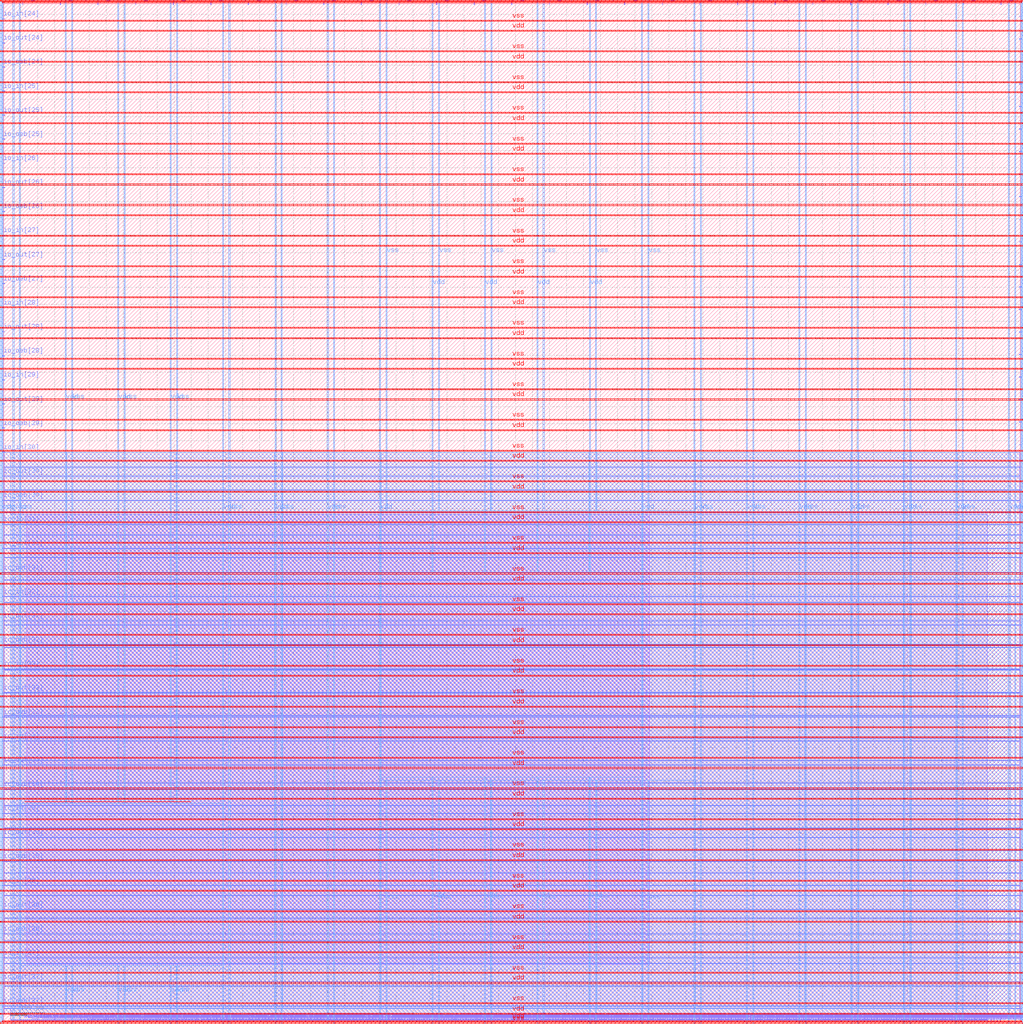
<source format=lef>
VERSION 5.7 ;
  NOWIREEXTENSIONATPIN ON ;
  DIVIDERCHAR "/" ;
  BUSBITCHARS "[]" ;
MACRO user_project_wrapper
  CLASS BLOCK ;
  FOREIGN user_project_wrapper ;
  ORIGIN 0.000 0.000 ;
  SIZE 2980.200 BY 2980.200 ;
  PIN io_in[0]
    DIRECTION INPUT ;
    USE SIGNAL ;
    PORT
      LAYER Metal3 ;
        RECT 2977.800 35.560 2985.000 36.680 ;
    END
  END io_in[0]
  PIN io_in[10]
    DIRECTION INPUT ;
    USE SIGNAL ;
    PORT
      LAYER Metal3 ;
        RECT 2977.800 2017.960 2985.000 2019.080 ;
    END
  END io_in[10]
  PIN io_in[11]
    DIRECTION INPUT ;
    USE SIGNAL ;
    PORT
      LAYER Metal3 ;
        RECT 2977.800 2216.200 2985.000 2217.320 ;
    END
  END io_in[11]
  PIN io_in[12]
    DIRECTION INPUT ;
    USE SIGNAL ;
    PORT
      LAYER Metal3 ;
        RECT 2977.800 2414.440 2985.000 2415.560 ;
    END
  END io_in[12]
  PIN io_in[13]
    DIRECTION INPUT ;
    USE SIGNAL ;
    PORT
      LAYER Metal3 ;
        RECT 2977.800 2612.680 2985.000 2613.800 ;
    END
  END io_in[13]
  PIN io_in[14]
    DIRECTION INPUT ;
    USE SIGNAL ;
    PORT
      LAYER Metal3 ;
        RECT 2977.800 2810.920 2985.000 2812.040 ;
    END
  END io_in[14]
  PIN io_in[15]
    DIRECTION INPUT ;
    USE SIGNAL ;
    PORT
      LAYER Metal2 ;
        RECT 2923.480 2977.800 2924.600 2985.000 ;
    END
  END io_in[15]
  PIN io_in[16]
    DIRECTION INPUT ;
    USE SIGNAL ;
    PORT
      LAYER Metal2 ;
        RECT 2592.520 2977.800 2593.640 2985.000 ;
    END
  END io_in[16]
  PIN io_in[17]
    DIRECTION INPUT ;
    USE SIGNAL ;
    PORT
      LAYER Metal2 ;
        RECT 2261.560 2977.800 2262.680 2985.000 ;
    END
  END io_in[17]
  PIN io_in[18]
    DIRECTION INPUT ;
    USE SIGNAL ;
    PORT
      LAYER Metal2 ;
        RECT 1930.600 2977.800 1931.720 2985.000 ;
    END
  END io_in[18]
  PIN io_in[19]
    DIRECTION INPUT ;
    USE SIGNAL ;
    PORT
      LAYER Metal2 ;
        RECT 1599.640 2977.800 1600.760 2985.000 ;
    END
  END io_in[19]
  PIN io_in[1]
    DIRECTION INPUT ;
    USE SIGNAL ;
    PORT
      LAYER Metal3 ;
        RECT 2977.800 233.800 2985.000 234.920 ;
    END
  END io_in[1]
  PIN io_in[20]
    DIRECTION INPUT ;
    USE SIGNAL ;
    PORT
      LAYER Metal2 ;
        RECT 1268.680 2977.800 1269.800 2985.000 ;
    END
  END io_in[20]
  PIN io_in[21]
    DIRECTION INPUT ;
    USE SIGNAL ;
    PORT
      LAYER Metal2 ;
        RECT 937.720 2977.800 938.840 2985.000 ;
    END
  END io_in[21]
  PIN io_in[22]
    DIRECTION INPUT ;
    USE SIGNAL ;
    PORT
      LAYER Metal2 ;
        RECT 606.760 2977.800 607.880 2985.000 ;
    END
  END io_in[22]
  PIN io_in[23]
    DIRECTION INPUT ;
    USE SIGNAL ;
    PORT
      LAYER Metal2 ;
        RECT 275.800 2977.800 276.920 2985.000 ;
    END
  END io_in[23]
  PIN io_in[24]
    DIRECTION INPUT ;
    USE SIGNAL ;
    PORT
      LAYER Metal3 ;
        RECT -4.800 2935.800 2.400 2936.920 ;
    END
  END io_in[24]
  PIN io_in[25]
    DIRECTION INPUT ;
    USE SIGNAL ;
    PORT
      LAYER Metal3 ;
        RECT -4.800 2724.120 2.400 2725.240 ;
    END
  END io_in[25]
  PIN io_in[26]
    DIRECTION INPUT ;
    USE SIGNAL ;
    PORT
      LAYER Metal3 ;
        RECT -4.800 2512.440 2.400 2513.560 ;
    END
  END io_in[26]
  PIN io_in[27]
    DIRECTION INPUT ;
    USE SIGNAL ;
    PORT
      LAYER Metal3 ;
        RECT -4.800 2300.760 2.400 2301.880 ;
    END
  END io_in[27]
  PIN io_in[28]
    DIRECTION INPUT ;
    USE SIGNAL ;
    PORT
      LAYER Metal3 ;
        RECT -4.800 2089.080 2.400 2090.200 ;
    END
  END io_in[28]
  PIN io_in[29]
    DIRECTION INPUT ;
    USE SIGNAL ;
    PORT
      LAYER Metal3 ;
        RECT -4.800 1877.400 2.400 1878.520 ;
    END
  END io_in[29]
  PIN io_in[2]
    DIRECTION INPUT ;
    USE SIGNAL ;
    PORT
      LAYER Metal3 ;
        RECT 2977.800 432.040 2985.000 433.160 ;
    END
  END io_in[2]
  PIN io_in[30]
    DIRECTION INPUT ;
    USE SIGNAL ;
    PORT
      LAYER Metal3 ;
        RECT -4.800 1665.720 2.400 1666.840 ;
    END
  END io_in[30]
  PIN io_in[31]
    DIRECTION INPUT ;
    USE SIGNAL ;
    PORT
      LAYER Metal3 ;
        RECT -4.800 1454.040 2.400 1455.160 ;
    END
  END io_in[31]
  PIN io_in[32]
    DIRECTION INPUT ;
    USE SIGNAL ;
    PORT
      LAYER Metal3 ;
        RECT -4.800 1242.360 2.400 1243.480 ;
    END
  END io_in[32]
  PIN io_in[33]
    DIRECTION INPUT ;
    USE SIGNAL ;
    PORT
      LAYER Metal3 ;
        RECT -4.800 1030.680 2.400 1031.800 ;
    END
  END io_in[33]
  PIN io_in[34]
    DIRECTION INPUT ;
    USE SIGNAL ;
    PORT
      LAYER Metal3 ;
        RECT -4.800 819.000 2.400 820.120 ;
    END
  END io_in[34]
  PIN io_in[35]
    DIRECTION INPUT ;
    USE SIGNAL ;
    PORT
      LAYER Metal3 ;
        RECT -4.800 607.320 2.400 608.440 ;
    END
  END io_in[35]
  PIN io_in[36]
    DIRECTION INPUT ;
    USE SIGNAL ;
    PORT
      LAYER Metal3 ;
        RECT -4.800 395.640 2.400 396.760 ;
    END
  END io_in[36]
  PIN io_in[37]
    DIRECTION INPUT ;
    USE SIGNAL ;
    PORT
      LAYER Metal3 ;
        RECT -4.800 183.960 2.400 185.080 ;
    END
  END io_in[37]
  PIN io_in[3]
    DIRECTION INPUT ;
    USE SIGNAL ;
    PORT
      LAYER Metal3 ;
        RECT 2977.800 630.280 2985.000 631.400 ;
    END
  END io_in[3]
  PIN io_in[4]
    DIRECTION INPUT ;
    USE SIGNAL ;
    PORT
      LAYER Metal3 ;
        RECT 2977.800 828.520 2985.000 829.640 ;
    END
  END io_in[4]
  PIN io_in[5]
    DIRECTION INPUT ;
    USE SIGNAL ;
    PORT
      LAYER Metal3 ;
        RECT 2977.800 1026.760 2985.000 1027.880 ;
    END
  END io_in[5]
  PIN io_in[6]
    DIRECTION INPUT ;
    USE SIGNAL ;
    PORT
      LAYER Metal3 ;
        RECT 2977.800 1225.000 2985.000 1226.120 ;
    END
  END io_in[6]
  PIN io_in[7]
    DIRECTION INPUT ;
    USE SIGNAL ;
    PORT
      LAYER Metal3 ;
        RECT 2977.800 1423.240 2985.000 1424.360 ;
    END
  END io_in[7]
  PIN io_in[8]
    DIRECTION INPUT ;
    USE SIGNAL ;
    PORT
      LAYER Metal3 ;
        RECT 2977.800 1621.480 2985.000 1622.600 ;
    END
  END io_in[8]
  PIN io_in[9]
    DIRECTION INPUT ;
    USE SIGNAL ;
    PORT
      LAYER Metal3 ;
        RECT 2977.800 1819.720 2985.000 1820.840 ;
    END
  END io_in[9]
  PIN io_oeb[0]
    DIRECTION OUTPUT TRISTATE ;
    USE SIGNAL ;
    PORT
      LAYER Metal3 ;
        RECT 2977.800 167.720 2985.000 168.840 ;
    END
  END io_oeb[0]
  PIN io_oeb[10]
    DIRECTION OUTPUT TRISTATE ;
    USE SIGNAL ;
    PORT
      LAYER Metal3 ;
        RECT 2977.800 2150.120 2985.000 2151.240 ;
    END
  END io_oeb[10]
  PIN io_oeb[11]
    DIRECTION OUTPUT TRISTATE ;
    USE SIGNAL ;
    PORT
      LAYER Metal3 ;
        RECT 2977.800 2348.360 2985.000 2349.480 ;
    END
  END io_oeb[11]
  PIN io_oeb[12]
    DIRECTION OUTPUT TRISTATE ;
    USE SIGNAL ;
    PORT
      LAYER Metal3 ;
        RECT 2977.800 2546.600 2985.000 2547.720 ;
    END
  END io_oeb[12]
  PIN io_oeb[13]
    DIRECTION OUTPUT TRISTATE ;
    USE SIGNAL ;
    PORT
      LAYER Metal3 ;
        RECT 2977.800 2744.840 2985.000 2745.960 ;
    END
  END io_oeb[13]
  PIN io_oeb[14]
    DIRECTION OUTPUT TRISTATE ;
    USE SIGNAL ;
    PORT
      LAYER Metal3 ;
        RECT 2977.800 2943.080 2985.000 2944.200 ;
    END
  END io_oeb[14]
  PIN io_oeb[15]
    DIRECTION OUTPUT TRISTATE ;
    USE SIGNAL ;
    PORT
      LAYER Metal2 ;
        RECT 2702.840 2977.800 2703.960 2985.000 ;
    END
  END io_oeb[15]
  PIN io_oeb[16]
    DIRECTION OUTPUT TRISTATE ;
    USE SIGNAL ;
    PORT
      LAYER Metal2 ;
        RECT 2371.880 2977.800 2373.000 2985.000 ;
    END
  END io_oeb[16]
  PIN io_oeb[17]
    DIRECTION OUTPUT TRISTATE ;
    USE SIGNAL ;
    PORT
      LAYER Metal2 ;
        RECT 2040.920 2977.800 2042.040 2985.000 ;
    END
  END io_oeb[17]
  PIN io_oeb[18]
    DIRECTION OUTPUT TRISTATE ;
    USE SIGNAL ;
    PORT
      LAYER Metal2 ;
        RECT 1709.960 2977.800 1711.080 2985.000 ;
    END
  END io_oeb[18]
  PIN io_oeb[19]
    DIRECTION OUTPUT TRISTATE ;
    USE SIGNAL ;
    PORT
      LAYER Metal2 ;
        RECT 1379.000 2977.800 1380.120 2985.000 ;
    END
  END io_oeb[19]
  PIN io_oeb[1]
    DIRECTION OUTPUT TRISTATE ;
    USE SIGNAL ;
    PORT
      LAYER Metal3 ;
        RECT 2977.800 365.960 2985.000 367.080 ;
    END
  END io_oeb[1]
  PIN io_oeb[20]
    DIRECTION OUTPUT TRISTATE ;
    USE SIGNAL ;
    PORT
      LAYER Metal2 ;
        RECT 1048.040 2977.800 1049.160 2985.000 ;
    END
  END io_oeb[20]
  PIN io_oeb[21]
    DIRECTION OUTPUT TRISTATE ;
    USE SIGNAL ;
    PORT
      LAYER Metal2 ;
        RECT 717.080 2977.800 718.200 2985.000 ;
    END
  END io_oeb[21]
  PIN io_oeb[22]
    DIRECTION OUTPUT TRISTATE ;
    USE SIGNAL ;
    PORT
      LAYER Metal2 ;
        RECT 386.120 2977.800 387.240 2985.000 ;
    END
  END io_oeb[22]
  PIN io_oeb[23]
    DIRECTION OUTPUT TRISTATE ;
    USE SIGNAL ;
    PORT
      LAYER Metal2 ;
        RECT 55.160 2977.800 56.280 2985.000 ;
    END
  END io_oeb[23]
  PIN io_oeb[24]
    DIRECTION OUTPUT TRISTATE ;
    USE SIGNAL ;
    PORT
      LAYER Metal3 ;
        RECT -4.800 2794.680 2.400 2795.800 ;
    END
  END io_oeb[24]
  PIN io_oeb[25]
    DIRECTION OUTPUT TRISTATE ;
    USE SIGNAL ;
    PORT
      LAYER Metal3 ;
        RECT -4.800 2583.000 2.400 2584.120 ;
    END
  END io_oeb[25]
  PIN io_oeb[26]
    DIRECTION OUTPUT TRISTATE ;
    USE SIGNAL ;
    PORT
      LAYER Metal3 ;
        RECT -4.800 2371.320 2.400 2372.440 ;
    END
  END io_oeb[26]
  PIN io_oeb[27]
    DIRECTION OUTPUT TRISTATE ;
    USE SIGNAL ;
    PORT
      LAYER Metal3 ;
        RECT -4.800 2159.640 2.400 2160.760 ;
    END
  END io_oeb[27]
  PIN io_oeb[28]
    DIRECTION OUTPUT TRISTATE ;
    USE SIGNAL ;
    PORT
      LAYER Metal3 ;
        RECT -4.800 1947.960 2.400 1949.080 ;
    END
  END io_oeb[28]
  PIN io_oeb[29]
    DIRECTION OUTPUT TRISTATE ;
    USE SIGNAL ;
    PORT
      LAYER Metal3 ;
        RECT -4.800 1736.280 2.400 1737.400 ;
    END
  END io_oeb[29]
  PIN io_oeb[2]
    DIRECTION OUTPUT TRISTATE ;
    USE SIGNAL ;
    PORT
      LAYER Metal3 ;
        RECT 2977.800 564.200 2985.000 565.320 ;
    END
  END io_oeb[2]
  PIN io_oeb[30]
    DIRECTION OUTPUT TRISTATE ;
    USE SIGNAL ;
    PORT
      LAYER Metal3 ;
        RECT -4.800 1524.600 2.400 1525.720 ;
    END
  END io_oeb[30]
  PIN io_oeb[31]
    DIRECTION OUTPUT TRISTATE ;
    USE SIGNAL ;
    PORT
      LAYER Metal3 ;
        RECT -4.800 1312.920 2.400 1314.040 ;
    END
  END io_oeb[31]
  PIN io_oeb[32]
    DIRECTION OUTPUT TRISTATE ;
    USE SIGNAL ;
    PORT
      LAYER Metal3 ;
        RECT -4.800 1101.240 2.400 1102.360 ;
    END
  END io_oeb[32]
  PIN io_oeb[33]
    DIRECTION OUTPUT TRISTATE ;
    USE SIGNAL ;
    PORT
      LAYER Metal3 ;
        RECT -4.800 889.560 2.400 890.680 ;
    END
  END io_oeb[33]
  PIN io_oeb[34]
    DIRECTION OUTPUT TRISTATE ;
    USE SIGNAL ;
    PORT
      LAYER Metal3 ;
        RECT -4.800 677.880 2.400 679.000 ;
    END
  END io_oeb[34]
  PIN io_oeb[35]
    DIRECTION OUTPUT TRISTATE ;
    USE SIGNAL ;
    PORT
      LAYER Metal3 ;
        RECT -4.800 466.200 2.400 467.320 ;
    END
  END io_oeb[35]
  PIN io_oeb[36]
    DIRECTION OUTPUT TRISTATE ;
    USE SIGNAL ;
    PORT
      LAYER Metal3 ;
        RECT -4.800 254.520 2.400 255.640 ;
    END
  END io_oeb[36]
  PIN io_oeb[37]
    DIRECTION OUTPUT TRISTATE ;
    USE SIGNAL ;
    PORT
      LAYER Metal3 ;
        RECT -4.800 42.840 2.400 43.960 ;
    END
  END io_oeb[37]
  PIN io_oeb[3]
    DIRECTION OUTPUT TRISTATE ;
    USE SIGNAL ;
    PORT
      LAYER Metal3 ;
        RECT 2977.800 762.440 2985.000 763.560 ;
    END
  END io_oeb[3]
  PIN io_oeb[4]
    DIRECTION OUTPUT TRISTATE ;
    USE SIGNAL ;
    PORT
      LAYER Metal3 ;
        RECT 2977.800 960.680 2985.000 961.800 ;
    END
  END io_oeb[4]
  PIN io_oeb[5]
    DIRECTION OUTPUT TRISTATE ;
    USE SIGNAL ;
    PORT
      LAYER Metal3 ;
        RECT 2977.800 1158.920 2985.000 1160.040 ;
    END
  END io_oeb[5]
  PIN io_oeb[6]
    DIRECTION OUTPUT TRISTATE ;
    USE SIGNAL ;
    PORT
      LAYER Metal3 ;
        RECT 2977.800 1357.160 2985.000 1358.280 ;
    END
  END io_oeb[6]
  PIN io_oeb[7]
    DIRECTION OUTPUT TRISTATE ;
    USE SIGNAL ;
    PORT
      LAYER Metal3 ;
        RECT 2977.800 1555.400 2985.000 1556.520 ;
    END
  END io_oeb[7]
  PIN io_oeb[8]
    DIRECTION OUTPUT TRISTATE ;
    USE SIGNAL ;
    PORT
      LAYER Metal3 ;
        RECT 2977.800 1753.640 2985.000 1754.760 ;
    END
  END io_oeb[8]
  PIN io_oeb[9]
    DIRECTION OUTPUT TRISTATE ;
    USE SIGNAL ;
    PORT
      LAYER Metal3 ;
        RECT 2977.800 1951.880 2985.000 1953.000 ;
    END
  END io_oeb[9]
  PIN io_out[0]
    DIRECTION OUTPUT TRISTATE ;
    USE SIGNAL ;
    PORT
      LAYER Metal3 ;
        RECT 2977.800 101.640 2985.000 102.760 ;
    END
  END io_out[0]
  PIN io_out[10]
    DIRECTION OUTPUT TRISTATE ;
    USE SIGNAL ;
    PORT
      LAYER Metal3 ;
        RECT 2977.800 2084.040 2985.000 2085.160 ;
    END
  END io_out[10]
  PIN io_out[11]
    DIRECTION OUTPUT TRISTATE ;
    USE SIGNAL ;
    PORT
      LAYER Metal3 ;
        RECT 2977.800 2282.280 2985.000 2283.400 ;
    END
  END io_out[11]
  PIN io_out[12]
    DIRECTION OUTPUT TRISTATE ;
    USE SIGNAL ;
    PORT
      LAYER Metal3 ;
        RECT 2977.800 2480.520 2985.000 2481.640 ;
    END
  END io_out[12]
  PIN io_out[13]
    DIRECTION OUTPUT TRISTATE ;
    USE SIGNAL ;
    PORT
      LAYER Metal3 ;
        RECT 2977.800 2678.760 2985.000 2679.880 ;
    END
  END io_out[13]
  PIN io_out[14]
    DIRECTION OUTPUT TRISTATE ;
    USE SIGNAL ;
    PORT
      LAYER Metal3 ;
        RECT 2977.800 2877.000 2985.000 2878.120 ;
    END
  END io_out[14]
  PIN io_out[15]
    DIRECTION OUTPUT TRISTATE ;
    USE SIGNAL ;
    PORT
      LAYER Metal2 ;
        RECT 2813.160 2977.800 2814.280 2985.000 ;
    END
  END io_out[15]
  PIN io_out[16]
    DIRECTION OUTPUT TRISTATE ;
    USE SIGNAL ;
    PORT
      LAYER Metal2 ;
        RECT 2482.200 2977.800 2483.320 2985.000 ;
    END
  END io_out[16]
  PIN io_out[17]
    DIRECTION OUTPUT TRISTATE ;
    USE SIGNAL ;
    PORT
      LAYER Metal2 ;
        RECT 2151.240 2977.800 2152.360 2985.000 ;
    END
  END io_out[17]
  PIN io_out[18]
    DIRECTION OUTPUT TRISTATE ;
    USE SIGNAL ;
    PORT
      LAYER Metal2 ;
        RECT 1820.280 2977.800 1821.400 2985.000 ;
    END
  END io_out[18]
  PIN io_out[19]
    DIRECTION OUTPUT TRISTATE ;
    USE SIGNAL ;
    PORT
      LAYER Metal2 ;
        RECT 1489.320 2977.800 1490.440 2985.000 ;
    END
  END io_out[19]
  PIN io_out[1]
    DIRECTION OUTPUT TRISTATE ;
    USE SIGNAL ;
    PORT
      LAYER Metal3 ;
        RECT 2977.800 299.880 2985.000 301.000 ;
    END
  END io_out[1]
  PIN io_out[20]
    DIRECTION OUTPUT TRISTATE ;
    USE SIGNAL ;
    PORT
      LAYER Metal2 ;
        RECT 1158.360 2977.800 1159.480 2985.000 ;
    END
  END io_out[20]
  PIN io_out[21]
    DIRECTION OUTPUT TRISTATE ;
    USE SIGNAL ;
    PORT
      LAYER Metal2 ;
        RECT 827.400 2977.800 828.520 2985.000 ;
    END
  END io_out[21]
  PIN io_out[22]
    DIRECTION OUTPUT TRISTATE ;
    USE SIGNAL ;
    PORT
      LAYER Metal2 ;
        RECT 496.440 2977.800 497.560 2985.000 ;
    END
  END io_out[22]
  PIN io_out[23]
    DIRECTION OUTPUT TRISTATE ;
    USE SIGNAL ;
    PORT
      LAYER Metal2 ;
        RECT 165.480 2977.800 166.600 2985.000 ;
    END
  END io_out[23]
  PIN io_out[24]
    DIRECTION OUTPUT TRISTATE ;
    USE SIGNAL ;
    PORT
      LAYER Metal3 ;
        RECT -4.800 2865.240 2.400 2866.360 ;
    END
  END io_out[24]
  PIN io_out[25]
    DIRECTION OUTPUT TRISTATE ;
    USE SIGNAL ;
    PORT
      LAYER Metal3 ;
        RECT -4.800 2653.560 2.400 2654.680 ;
    END
  END io_out[25]
  PIN io_out[26]
    DIRECTION OUTPUT TRISTATE ;
    USE SIGNAL ;
    PORT
      LAYER Metal3 ;
        RECT -4.800 2441.880 2.400 2443.000 ;
    END
  END io_out[26]
  PIN io_out[27]
    DIRECTION OUTPUT TRISTATE ;
    USE SIGNAL ;
    PORT
      LAYER Metal3 ;
        RECT -4.800 2230.200 2.400 2231.320 ;
    END
  END io_out[27]
  PIN io_out[28]
    DIRECTION OUTPUT TRISTATE ;
    USE SIGNAL ;
    PORT
      LAYER Metal3 ;
        RECT -4.800 2018.520 2.400 2019.640 ;
    END
  END io_out[28]
  PIN io_out[29]
    DIRECTION OUTPUT TRISTATE ;
    USE SIGNAL ;
    PORT
      LAYER Metal3 ;
        RECT -4.800 1806.840 2.400 1807.960 ;
    END
  END io_out[29]
  PIN io_out[2]
    DIRECTION OUTPUT TRISTATE ;
    USE SIGNAL ;
    PORT
      LAYER Metal3 ;
        RECT 2977.800 498.120 2985.000 499.240 ;
    END
  END io_out[2]
  PIN io_out[30]
    DIRECTION OUTPUT TRISTATE ;
    USE SIGNAL ;
    PORT
      LAYER Metal3 ;
        RECT -4.800 1595.160 2.400 1596.280 ;
    END
  END io_out[30]
  PIN io_out[31]
    DIRECTION OUTPUT TRISTATE ;
    USE SIGNAL ;
    PORT
      LAYER Metal3 ;
        RECT -4.800 1383.480 2.400 1384.600 ;
    END
  END io_out[31]
  PIN io_out[32]
    DIRECTION OUTPUT TRISTATE ;
    USE SIGNAL ;
    PORT
      LAYER Metal3 ;
        RECT -4.800 1171.800 2.400 1172.920 ;
    END
  END io_out[32]
  PIN io_out[33]
    DIRECTION OUTPUT TRISTATE ;
    USE SIGNAL ;
    PORT
      LAYER Metal3 ;
        RECT -4.800 960.120 2.400 961.240 ;
    END
  END io_out[33]
  PIN io_out[34]
    DIRECTION OUTPUT TRISTATE ;
    USE SIGNAL ;
    PORT
      LAYER Metal3 ;
        RECT -4.800 748.440 2.400 749.560 ;
    END
  END io_out[34]
  PIN io_out[35]
    DIRECTION OUTPUT TRISTATE ;
    USE SIGNAL ;
    PORT
      LAYER Metal3 ;
        RECT -4.800 536.760 2.400 537.880 ;
    END
  END io_out[35]
  PIN io_out[36]
    DIRECTION OUTPUT TRISTATE ;
    USE SIGNAL ;
    PORT
      LAYER Metal3 ;
        RECT -4.800 325.080 2.400 326.200 ;
    END
  END io_out[36]
  PIN io_out[37]
    DIRECTION OUTPUT TRISTATE ;
    USE SIGNAL ;
    PORT
      LAYER Metal3 ;
        RECT -4.800 113.400 2.400 114.520 ;
    END
  END io_out[37]
  PIN io_out[3]
    DIRECTION OUTPUT TRISTATE ;
    USE SIGNAL ;
    PORT
      LAYER Metal3 ;
        RECT 2977.800 696.360 2985.000 697.480 ;
    END
  END io_out[3]
  PIN io_out[4]
    DIRECTION OUTPUT TRISTATE ;
    USE SIGNAL ;
    PORT
      LAYER Metal3 ;
        RECT 2977.800 894.600 2985.000 895.720 ;
    END
  END io_out[4]
  PIN io_out[5]
    DIRECTION OUTPUT TRISTATE ;
    USE SIGNAL ;
    PORT
      LAYER Metal3 ;
        RECT 2977.800 1092.840 2985.000 1093.960 ;
    END
  END io_out[5]
  PIN io_out[6]
    DIRECTION OUTPUT TRISTATE ;
    USE SIGNAL ;
    PORT
      LAYER Metal3 ;
        RECT 2977.800 1291.080 2985.000 1292.200 ;
    END
  END io_out[6]
  PIN io_out[7]
    DIRECTION OUTPUT TRISTATE ;
    USE SIGNAL ;
    PORT
      LAYER Metal3 ;
        RECT 2977.800 1489.320 2985.000 1490.440 ;
    END
  END io_out[7]
  PIN io_out[8]
    DIRECTION OUTPUT TRISTATE ;
    USE SIGNAL ;
    PORT
      LAYER Metal3 ;
        RECT 2977.800 1687.560 2985.000 1688.680 ;
    END
  END io_out[8]
  PIN io_out[9]
    DIRECTION OUTPUT TRISTATE ;
    USE SIGNAL ;
    PORT
      LAYER Metal3 ;
        RECT 2977.800 1885.800 2985.000 1886.920 ;
    END
  END io_out[9]
  PIN la_data_in[0]
    DIRECTION INPUT ;
    USE SIGNAL ;
    PORT
      LAYER Metal2 ;
        RECT 1065.960 -4.800 1067.080 2.400 ;
    END
  END la_data_in[0]
  PIN la_data_in[10]
    DIRECTION INPUT ;
    USE SIGNAL ;
    PORT
      LAYER Metal2 ;
        RECT 1351.560 -4.800 1352.680 2.400 ;
    END
  END la_data_in[10]
  PIN la_data_in[11]
    DIRECTION INPUT ;
    USE SIGNAL ;
    PORT
      LAYER Metal2 ;
        RECT 1380.120 -4.800 1381.240 2.400 ;
    END
  END la_data_in[11]
  PIN la_data_in[12]
    DIRECTION INPUT ;
    USE SIGNAL ;
    PORT
      LAYER Metal2 ;
        RECT 1408.680 -4.800 1409.800 2.400 ;
    END
  END la_data_in[12]
  PIN la_data_in[13]
    DIRECTION INPUT ;
    USE SIGNAL ;
    PORT
      LAYER Metal2 ;
        RECT 1437.240 -4.800 1438.360 2.400 ;
    END
  END la_data_in[13]
  PIN la_data_in[14]
    DIRECTION INPUT ;
    USE SIGNAL ;
    PORT
      LAYER Metal2 ;
        RECT 1465.800 -4.800 1466.920 2.400 ;
    END
  END la_data_in[14]
  PIN la_data_in[15]
    DIRECTION INPUT ;
    USE SIGNAL ;
    PORT
      LAYER Metal2 ;
        RECT 1494.360 -4.800 1495.480 2.400 ;
    END
  END la_data_in[15]
  PIN la_data_in[16]
    DIRECTION INPUT ;
    USE SIGNAL ;
    PORT
      LAYER Metal2 ;
        RECT 1522.920 -4.800 1524.040 2.400 ;
    END
  END la_data_in[16]
  PIN la_data_in[17]
    DIRECTION INPUT ;
    USE SIGNAL ;
    PORT
      LAYER Metal2 ;
        RECT 1551.480 -4.800 1552.600 2.400 ;
    END
  END la_data_in[17]
  PIN la_data_in[18]
    DIRECTION INPUT ;
    USE SIGNAL ;
    PORT
      LAYER Metal2 ;
        RECT 1580.040 -4.800 1581.160 2.400 ;
    END
  END la_data_in[18]
  PIN la_data_in[19]
    DIRECTION INPUT ;
    USE SIGNAL ;
    PORT
      LAYER Metal2 ;
        RECT 1608.600 -4.800 1609.720 2.400 ;
    END
  END la_data_in[19]
  PIN la_data_in[1]
    DIRECTION INPUT ;
    USE SIGNAL ;
    PORT
      LAYER Metal2 ;
        RECT 1094.520 -4.800 1095.640 2.400 ;
    END
  END la_data_in[1]
  PIN la_data_in[20]
    DIRECTION INPUT ;
    USE SIGNAL ;
    PORT
      LAYER Metal2 ;
        RECT 1637.160 -4.800 1638.280 2.400 ;
    END
  END la_data_in[20]
  PIN la_data_in[21]
    DIRECTION INPUT ;
    USE SIGNAL ;
    PORT
      LAYER Metal2 ;
        RECT 1665.720 -4.800 1666.840 2.400 ;
    END
  END la_data_in[21]
  PIN la_data_in[22]
    DIRECTION INPUT ;
    USE SIGNAL ;
    PORT
      LAYER Metal2 ;
        RECT 1694.280 -4.800 1695.400 2.400 ;
    END
  END la_data_in[22]
  PIN la_data_in[23]
    DIRECTION INPUT ;
    USE SIGNAL ;
    PORT
      LAYER Metal2 ;
        RECT 1722.840 -4.800 1723.960 2.400 ;
    END
  END la_data_in[23]
  PIN la_data_in[24]
    DIRECTION INPUT ;
    USE SIGNAL ;
    PORT
      LAYER Metal2 ;
        RECT 1751.400 -4.800 1752.520 2.400 ;
    END
  END la_data_in[24]
  PIN la_data_in[25]
    DIRECTION INPUT ;
    USE SIGNAL ;
    PORT
      LAYER Metal2 ;
        RECT 1779.960 -4.800 1781.080 2.400 ;
    END
  END la_data_in[25]
  PIN la_data_in[26]
    DIRECTION INPUT ;
    USE SIGNAL ;
    PORT
      LAYER Metal2 ;
        RECT 1808.520 -4.800 1809.640 2.400 ;
    END
  END la_data_in[26]
  PIN la_data_in[27]
    DIRECTION INPUT ;
    USE SIGNAL ;
    PORT
      LAYER Metal2 ;
        RECT 1837.080 -4.800 1838.200 2.400 ;
    END
  END la_data_in[27]
  PIN la_data_in[28]
    DIRECTION INPUT ;
    USE SIGNAL ;
    PORT
      LAYER Metal2 ;
        RECT 1865.640 -4.800 1866.760 2.400 ;
    END
  END la_data_in[28]
  PIN la_data_in[29]
    DIRECTION INPUT ;
    USE SIGNAL ;
    PORT
      LAYER Metal2 ;
        RECT 1894.200 -4.800 1895.320 2.400 ;
    END
  END la_data_in[29]
  PIN la_data_in[2]
    DIRECTION INPUT ;
    USE SIGNAL ;
    PORT
      LAYER Metal2 ;
        RECT 1123.080 -4.800 1124.200 2.400 ;
    END
  END la_data_in[2]
  PIN la_data_in[30]
    DIRECTION INPUT ;
    USE SIGNAL ;
    PORT
      LAYER Metal2 ;
        RECT 1922.760 -4.800 1923.880 2.400 ;
    END
  END la_data_in[30]
  PIN la_data_in[31]
    DIRECTION INPUT ;
    USE SIGNAL ;
    PORT
      LAYER Metal2 ;
        RECT 1951.320 -4.800 1952.440 2.400 ;
    END
  END la_data_in[31]
  PIN la_data_in[32]
    DIRECTION INPUT ;
    USE SIGNAL ;
    PORT
      LAYER Metal2 ;
        RECT 1979.880 -4.800 1981.000 2.400 ;
    END
  END la_data_in[32]
  PIN la_data_in[33]
    DIRECTION INPUT ;
    USE SIGNAL ;
    PORT
      LAYER Metal2 ;
        RECT 2008.440 -4.800 2009.560 2.400 ;
    END
  END la_data_in[33]
  PIN la_data_in[34]
    DIRECTION INPUT ;
    USE SIGNAL ;
    PORT
      LAYER Metal2 ;
        RECT 2037.000 -4.800 2038.120 2.400 ;
    END
  END la_data_in[34]
  PIN la_data_in[35]
    DIRECTION INPUT ;
    USE SIGNAL ;
    PORT
      LAYER Metal2 ;
        RECT 2065.560 -4.800 2066.680 2.400 ;
    END
  END la_data_in[35]
  PIN la_data_in[36]
    DIRECTION INPUT ;
    USE SIGNAL ;
    PORT
      LAYER Metal2 ;
        RECT 2094.120 -4.800 2095.240 2.400 ;
    END
  END la_data_in[36]
  PIN la_data_in[37]
    DIRECTION INPUT ;
    USE SIGNAL ;
    PORT
      LAYER Metal2 ;
        RECT 2122.680 -4.800 2123.800 2.400 ;
    END
  END la_data_in[37]
  PIN la_data_in[38]
    DIRECTION INPUT ;
    USE SIGNAL ;
    PORT
      LAYER Metal2 ;
        RECT 2151.240 -4.800 2152.360 2.400 ;
    END
  END la_data_in[38]
  PIN la_data_in[39]
    DIRECTION INPUT ;
    USE SIGNAL ;
    PORT
      LAYER Metal2 ;
        RECT 2179.800 -4.800 2180.920 2.400 ;
    END
  END la_data_in[39]
  PIN la_data_in[3]
    DIRECTION INPUT ;
    USE SIGNAL ;
    PORT
      LAYER Metal2 ;
        RECT 1151.640 -4.800 1152.760 2.400 ;
    END
  END la_data_in[3]
  PIN la_data_in[40]
    DIRECTION INPUT ;
    USE SIGNAL ;
    PORT
      LAYER Metal2 ;
        RECT 2208.360 -4.800 2209.480 2.400 ;
    END
  END la_data_in[40]
  PIN la_data_in[41]
    DIRECTION INPUT ;
    USE SIGNAL ;
    PORT
      LAYER Metal2 ;
        RECT 2236.920 -4.800 2238.040 2.400 ;
    END
  END la_data_in[41]
  PIN la_data_in[42]
    DIRECTION INPUT ;
    USE SIGNAL ;
    PORT
      LAYER Metal2 ;
        RECT 2265.480 -4.800 2266.600 2.400 ;
    END
  END la_data_in[42]
  PIN la_data_in[43]
    DIRECTION INPUT ;
    USE SIGNAL ;
    PORT
      LAYER Metal2 ;
        RECT 2294.040 -4.800 2295.160 2.400 ;
    END
  END la_data_in[43]
  PIN la_data_in[44]
    DIRECTION INPUT ;
    USE SIGNAL ;
    PORT
      LAYER Metal2 ;
        RECT 2322.600 -4.800 2323.720 2.400 ;
    END
  END la_data_in[44]
  PIN la_data_in[45]
    DIRECTION INPUT ;
    USE SIGNAL ;
    PORT
      LAYER Metal2 ;
        RECT 2351.160 -4.800 2352.280 2.400 ;
    END
  END la_data_in[45]
  PIN la_data_in[46]
    DIRECTION INPUT ;
    USE SIGNAL ;
    PORT
      LAYER Metal2 ;
        RECT 2379.720 -4.800 2380.840 2.400 ;
    END
  END la_data_in[46]
  PIN la_data_in[47]
    DIRECTION INPUT ;
    USE SIGNAL ;
    PORT
      LAYER Metal2 ;
        RECT 2408.280 -4.800 2409.400 2.400 ;
    END
  END la_data_in[47]
  PIN la_data_in[48]
    DIRECTION INPUT ;
    USE SIGNAL ;
    PORT
      LAYER Metal2 ;
        RECT 2436.840 -4.800 2437.960 2.400 ;
    END
  END la_data_in[48]
  PIN la_data_in[49]
    DIRECTION INPUT ;
    USE SIGNAL ;
    PORT
      LAYER Metal2 ;
        RECT 2465.400 -4.800 2466.520 2.400 ;
    END
  END la_data_in[49]
  PIN la_data_in[4]
    DIRECTION INPUT ;
    USE SIGNAL ;
    PORT
      LAYER Metal2 ;
        RECT 1180.200 -4.800 1181.320 2.400 ;
    END
  END la_data_in[4]
  PIN la_data_in[50]
    DIRECTION INPUT ;
    USE SIGNAL ;
    PORT
      LAYER Metal2 ;
        RECT 2493.960 -4.800 2495.080 2.400 ;
    END
  END la_data_in[50]
  PIN la_data_in[51]
    DIRECTION INPUT ;
    USE SIGNAL ;
    PORT
      LAYER Metal2 ;
        RECT 2522.520 -4.800 2523.640 2.400 ;
    END
  END la_data_in[51]
  PIN la_data_in[52]
    DIRECTION INPUT ;
    USE SIGNAL ;
    PORT
      LAYER Metal2 ;
        RECT 2551.080 -4.800 2552.200 2.400 ;
    END
  END la_data_in[52]
  PIN la_data_in[53]
    DIRECTION INPUT ;
    USE SIGNAL ;
    PORT
      LAYER Metal2 ;
        RECT 2579.640 -4.800 2580.760 2.400 ;
    END
  END la_data_in[53]
  PIN la_data_in[54]
    DIRECTION INPUT ;
    USE SIGNAL ;
    PORT
      LAYER Metal2 ;
        RECT 2608.200 -4.800 2609.320 2.400 ;
    END
  END la_data_in[54]
  PIN la_data_in[55]
    DIRECTION INPUT ;
    USE SIGNAL ;
    PORT
      LAYER Metal2 ;
        RECT 2636.760 -4.800 2637.880 2.400 ;
    END
  END la_data_in[55]
  PIN la_data_in[56]
    DIRECTION INPUT ;
    USE SIGNAL ;
    PORT
      LAYER Metal2 ;
        RECT 2665.320 -4.800 2666.440 2.400 ;
    END
  END la_data_in[56]
  PIN la_data_in[57]
    DIRECTION INPUT ;
    USE SIGNAL ;
    PORT
      LAYER Metal2 ;
        RECT 2693.880 -4.800 2695.000 2.400 ;
    END
  END la_data_in[57]
  PIN la_data_in[58]
    DIRECTION INPUT ;
    USE SIGNAL ;
    PORT
      LAYER Metal2 ;
        RECT 2722.440 -4.800 2723.560 2.400 ;
    END
  END la_data_in[58]
  PIN la_data_in[59]
    DIRECTION INPUT ;
    USE SIGNAL ;
    PORT
      LAYER Metal2 ;
        RECT 2751.000 -4.800 2752.120 2.400 ;
    END
  END la_data_in[59]
  PIN la_data_in[5]
    DIRECTION INPUT ;
    USE SIGNAL ;
    PORT
      LAYER Metal2 ;
        RECT 1208.760 -4.800 1209.880 2.400 ;
    END
  END la_data_in[5]
  PIN la_data_in[60]
    DIRECTION INPUT ;
    USE SIGNAL ;
    PORT
      LAYER Metal2 ;
        RECT 2779.560 -4.800 2780.680 2.400 ;
    END
  END la_data_in[60]
  PIN la_data_in[61]
    DIRECTION INPUT ;
    USE SIGNAL ;
    PORT
      LAYER Metal2 ;
        RECT 2808.120 -4.800 2809.240 2.400 ;
    END
  END la_data_in[61]
  PIN la_data_in[62]
    DIRECTION INPUT ;
    USE SIGNAL ;
    PORT
      LAYER Metal2 ;
        RECT 2836.680 -4.800 2837.800 2.400 ;
    END
  END la_data_in[62]
  PIN la_data_in[63]
    DIRECTION INPUT ;
    USE SIGNAL ;
    PORT
      LAYER Metal2 ;
        RECT 2865.240 -4.800 2866.360 2.400 ;
    END
  END la_data_in[63]
  PIN la_data_in[6]
    DIRECTION INPUT ;
    USE SIGNAL ;
    PORT
      LAYER Metal2 ;
        RECT 1237.320 -4.800 1238.440 2.400 ;
    END
  END la_data_in[6]
  PIN la_data_in[7]
    DIRECTION INPUT ;
    USE SIGNAL ;
    PORT
      LAYER Metal2 ;
        RECT 1265.880 -4.800 1267.000 2.400 ;
    END
  END la_data_in[7]
  PIN la_data_in[8]
    DIRECTION INPUT ;
    USE SIGNAL ;
    PORT
      LAYER Metal2 ;
        RECT 1294.440 -4.800 1295.560 2.400 ;
    END
  END la_data_in[8]
  PIN la_data_in[9]
    DIRECTION INPUT ;
    USE SIGNAL ;
    PORT
      LAYER Metal2 ;
        RECT 1323.000 -4.800 1324.120 2.400 ;
    END
  END la_data_in[9]
  PIN la_data_out[0]
    DIRECTION OUTPUT TRISTATE ;
    USE SIGNAL ;
    PORT
      LAYER Metal2 ;
        RECT 1075.480 -4.800 1076.600 2.400 ;
    END
  END la_data_out[0]
  PIN la_data_out[10]
    DIRECTION OUTPUT TRISTATE ;
    USE SIGNAL ;
    PORT
      LAYER Metal2 ;
        RECT 1361.080 -4.800 1362.200 2.400 ;
    END
  END la_data_out[10]
  PIN la_data_out[11]
    DIRECTION OUTPUT TRISTATE ;
    USE SIGNAL ;
    PORT
      LAYER Metal2 ;
        RECT 1389.640 -4.800 1390.760 2.400 ;
    END
  END la_data_out[11]
  PIN la_data_out[12]
    DIRECTION OUTPUT TRISTATE ;
    USE SIGNAL ;
    PORT
      LAYER Metal2 ;
        RECT 1418.200 -4.800 1419.320 2.400 ;
    END
  END la_data_out[12]
  PIN la_data_out[13]
    DIRECTION OUTPUT TRISTATE ;
    USE SIGNAL ;
    PORT
      LAYER Metal2 ;
        RECT 1446.760 -4.800 1447.880 2.400 ;
    END
  END la_data_out[13]
  PIN la_data_out[14]
    DIRECTION OUTPUT TRISTATE ;
    USE SIGNAL ;
    PORT
      LAYER Metal2 ;
        RECT 1475.320 -4.800 1476.440 2.400 ;
    END
  END la_data_out[14]
  PIN la_data_out[15]
    DIRECTION OUTPUT TRISTATE ;
    USE SIGNAL ;
    PORT
      LAYER Metal2 ;
        RECT 1503.880 -4.800 1505.000 2.400 ;
    END
  END la_data_out[15]
  PIN la_data_out[16]
    DIRECTION OUTPUT TRISTATE ;
    USE SIGNAL ;
    PORT
      LAYER Metal2 ;
        RECT 1532.440 -4.800 1533.560 2.400 ;
    END
  END la_data_out[16]
  PIN la_data_out[17]
    DIRECTION OUTPUT TRISTATE ;
    USE SIGNAL ;
    PORT
      LAYER Metal2 ;
        RECT 1561.000 -4.800 1562.120 2.400 ;
    END
  END la_data_out[17]
  PIN la_data_out[18]
    DIRECTION OUTPUT TRISTATE ;
    USE SIGNAL ;
    PORT
      LAYER Metal2 ;
        RECT 1589.560 -4.800 1590.680 2.400 ;
    END
  END la_data_out[18]
  PIN la_data_out[19]
    DIRECTION OUTPUT TRISTATE ;
    USE SIGNAL ;
    PORT
      LAYER Metal2 ;
        RECT 1618.120 -4.800 1619.240 2.400 ;
    END
  END la_data_out[19]
  PIN la_data_out[1]
    DIRECTION OUTPUT TRISTATE ;
    USE SIGNAL ;
    PORT
      LAYER Metal2 ;
        RECT 1104.040 -4.800 1105.160 2.400 ;
    END
  END la_data_out[1]
  PIN la_data_out[20]
    DIRECTION OUTPUT TRISTATE ;
    USE SIGNAL ;
    PORT
      LAYER Metal2 ;
        RECT 1646.680 -4.800 1647.800 2.400 ;
    END
  END la_data_out[20]
  PIN la_data_out[21]
    DIRECTION OUTPUT TRISTATE ;
    USE SIGNAL ;
    PORT
      LAYER Metal2 ;
        RECT 1675.240 -4.800 1676.360 2.400 ;
    END
  END la_data_out[21]
  PIN la_data_out[22]
    DIRECTION OUTPUT TRISTATE ;
    USE SIGNAL ;
    PORT
      LAYER Metal2 ;
        RECT 1703.800 -4.800 1704.920 2.400 ;
    END
  END la_data_out[22]
  PIN la_data_out[23]
    DIRECTION OUTPUT TRISTATE ;
    USE SIGNAL ;
    PORT
      LAYER Metal2 ;
        RECT 1732.360 -4.800 1733.480 2.400 ;
    END
  END la_data_out[23]
  PIN la_data_out[24]
    DIRECTION OUTPUT TRISTATE ;
    USE SIGNAL ;
    PORT
      LAYER Metal2 ;
        RECT 1760.920 -4.800 1762.040 2.400 ;
    END
  END la_data_out[24]
  PIN la_data_out[25]
    DIRECTION OUTPUT TRISTATE ;
    USE SIGNAL ;
    PORT
      LAYER Metal2 ;
        RECT 1789.480 -4.800 1790.600 2.400 ;
    END
  END la_data_out[25]
  PIN la_data_out[26]
    DIRECTION OUTPUT TRISTATE ;
    USE SIGNAL ;
    PORT
      LAYER Metal2 ;
        RECT 1818.040 -4.800 1819.160 2.400 ;
    END
  END la_data_out[26]
  PIN la_data_out[27]
    DIRECTION OUTPUT TRISTATE ;
    USE SIGNAL ;
    PORT
      LAYER Metal2 ;
        RECT 1846.600 -4.800 1847.720 2.400 ;
    END
  END la_data_out[27]
  PIN la_data_out[28]
    DIRECTION OUTPUT TRISTATE ;
    USE SIGNAL ;
    PORT
      LAYER Metal2 ;
        RECT 1875.160 -4.800 1876.280 2.400 ;
    END
  END la_data_out[28]
  PIN la_data_out[29]
    DIRECTION OUTPUT TRISTATE ;
    USE SIGNAL ;
    PORT
      LAYER Metal2 ;
        RECT 1903.720 -4.800 1904.840 2.400 ;
    END
  END la_data_out[29]
  PIN la_data_out[2]
    DIRECTION OUTPUT TRISTATE ;
    USE SIGNAL ;
    PORT
      LAYER Metal2 ;
        RECT 1132.600 -4.800 1133.720 2.400 ;
    END
  END la_data_out[2]
  PIN la_data_out[30]
    DIRECTION OUTPUT TRISTATE ;
    USE SIGNAL ;
    PORT
      LAYER Metal2 ;
        RECT 1932.280 -4.800 1933.400 2.400 ;
    END
  END la_data_out[30]
  PIN la_data_out[31]
    DIRECTION OUTPUT TRISTATE ;
    USE SIGNAL ;
    PORT
      LAYER Metal2 ;
        RECT 1960.840 -4.800 1961.960 2.400 ;
    END
  END la_data_out[31]
  PIN la_data_out[32]
    DIRECTION OUTPUT TRISTATE ;
    USE SIGNAL ;
    PORT
      LAYER Metal2 ;
        RECT 1989.400 -4.800 1990.520 2.400 ;
    END
  END la_data_out[32]
  PIN la_data_out[33]
    DIRECTION OUTPUT TRISTATE ;
    USE SIGNAL ;
    PORT
      LAYER Metal2 ;
        RECT 2017.960 -4.800 2019.080 2.400 ;
    END
  END la_data_out[33]
  PIN la_data_out[34]
    DIRECTION OUTPUT TRISTATE ;
    USE SIGNAL ;
    PORT
      LAYER Metal2 ;
        RECT 2046.520 -4.800 2047.640 2.400 ;
    END
  END la_data_out[34]
  PIN la_data_out[35]
    DIRECTION OUTPUT TRISTATE ;
    USE SIGNAL ;
    PORT
      LAYER Metal2 ;
        RECT 2075.080 -4.800 2076.200 2.400 ;
    END
  END la_data_out[35]
  PIN la_data_out[36]
    DIRECTION OUTPUT TRISTATE ;
    USE SIGNAL ;
    PORT
      LAYER Metal2 ;
        RECT 2103.640 -4.800 2104.760 2.400 ;
    END
  END la_data_out[36]
  PIN la_data_out[37]
    DIRECTION OUTPUT TRISTATE ;
    USE SIGNAL ;
    PORT
      LAYER Metal2 ;
        RECT 2132.200 -4.800 2133.320 2.400 ;
    END
  END la_data_out[37]
  PIN la_data_out[38]
    DIRECTION OUTPUT TRISTATE ;
    USE SIGNAL ;
    PORT
      LAYER Metal2 ;
        RECT 2160.760 -4.800 2161.880 2.400 ;
    END
  END la_data_out[38]
  PIN la_data_out[39]
    DIRECTION OUTPUT TRISTATE ;
    USE SIGNAL ;
    PORT
      LAYER Metal2 ;
        RECT 2189.320 -4.800 2190.440 2.400 ;
    END
  END la_data_out[39]
  PIN la_data_out[3]
    DIRECTION OUTPUT TRISTATE ;
    USE SIGNAL ;
    PORT
      LAYER Metal2 ;
        RECT 1161.160 -4.800 1162.280 2.400 ;
    END
  END la_data_out[3]
  PIN la_data_out[40]
    DIRECTION OUTPUT TRISTATE ;
    USE SIGNAL ;
    PORT
      LAYER Metal2 ;
        RECT 2217.880 -4.800 2219.000 2.400 ;
    END
  END la_data_out[40]
  PIN la_data_out[41]
    DIRECTION OUTPUT TRISTATE ;
    USE SIGNAL ;
    PORT
      LAYER Metal2 ;
        RECT 2246.440 -4.800 2247.560 2.400 ;
    END
  END la_data_out[41]
  PIN la_data_out[42]
    DIRECTION OUTPUT TRISTATE ;
    USE SIGNAL ;
    PORT
      LAYER Metal2 ;
        RECT 2275.000 -4.800 2276.120 2.400 ;
    END
  END la_data_out[42]
  PIN la_data_out[43]
    DIRECTION OUTPUT TRISTATE ;
    USE SIGNAL ;
    PORT
      LAYER Metal2 ;
        RECT 2303.560 -4.800 2304.680 2.400 ;
    END
  END la_data_out[43]
  PIN la_data_out[44]
    DIRECTION OUTPUT TRISTATE ;
    USE SIGNAL ;
    PORT
      LAYER Metal2 ;
        RECT 2332.120 -4.800 2333.240 2.400 ;
    END
  END la_data_out[44]
  PIN la_data_out[45]
    DIRECTION OUTPUT TRISTATE ;
    USE SIGNAL ;
    PORT
      LAYER Metal2 ;
        RECT 2360.680 -4.800 2361.800 2.400 ;
    END
  END la_data_out[45]
  PIN la_data_out[46]
    DIRECTION OUTPUT TRISTATE ;
    USE SIGNAL ;
    PORT
      LAYER Metal2 ;
        RECT 2389.240 -4.800 2390.360 2.400 ;
    END
  END la_data_out[46]
  PIN la_data_out[47]
    DIRECTION OUTPUT TRISTATE ;
    USE SIGNAL ;
    PORT
      LAYER Metal2 ;
        RECT 2417.800 -4.800 2418.920 2.400 ;
    END
  END la_data_out[47]
  PIN la_data_out[48]
    DIRECTION OUTPUT TRISTATE ;
    USE SIGNAL ;
    PORT
      LAYER Metal2 ;
        RECT 2446.360 -4.800 2447.480 2.400 ;
    END
  END la_data_out[48]
  PIN la_data_out[49]
    DIRECTION OUTPUT TRISTATE ;
    USE SIGNAL ;
    PORT
      LAYER Metal2 ;
        RECT 2474.920 -4.800 2476.040 2.400 ;
    END
  END la_data_out[49]
  PIN la_data_out[4]
    DIRECTION OUTPUT TRISTATE ;
    USE SIGNAL ;
    PORT
      LAYER Metal2 ;
        RECT 1189.720 -4.800 1190.840 2.400 ;
    END
  END la_data_out[4]
  PIN la_data_out[50]
    DIRECTION OUTPUT TRISTATE ;
    USE SIGNAL ;
    PORT
      LAYER Metal2 ;
        RECT 2503.480 -4.800 2504.600 2.400 ;
    END
  END la_data_out[50]
  PIN la_data_out[51]
    DIRECTION OUTPUT TRISTATE ;
    USE SIGNAL ;
    PORT
      LAYER Metal2 ;
        RECT 2532.040 -4.800 2533.160 2.400 ;
    END
  END la_data_out[51]
  PIN la_data_out[52]
    DIRECTION OUTPUT TRISTATE ;
    USE SIGNAL ;
    PORT
      LAYER Metal2 ;
        RECT 2560.600 -4.800 2561.720 2.400 ;
    END
  END la_data_out[52]
  PIN la_data_out[53]
    DIRECTION OUTPUT TRISTATE ;
    USE SIGNAL ;
    PORT
      LAYER Metal2 ;
        RECT 2589.160 -4.800 2590.280 2.400 ;
    END
  END la_data_out[53]
  PIN la_data_out[54]
    DIRECTION OUTPUT TRISTATE ;
    USE SIGNAL ;
    PORT
      LAYER Metal2 ;
        RECT 2617.720 -4.800 2618.840 2.400 ;
    END
  END la_data_out[54]
  PIN la_data_out[55]
    DIRECTION OUTPUT TRISTATE ;
    USE SIGNAL ;
    PORT
      LAYER Metal2 ;
        RECT 2646.280 -4.800 2647.400 2.400 ;
    END
  END la_data_out[55]
  PIN la_data_out[56]
    DIRECTION OUTPUT TRISTATE ;
    USE SIGNAL ;
    PORT
      LAYER Metal2 ;
        RECT 2674.840 -4.800 2675.960 2.400 ;
    END
  END la_data_out[56]
  PIN la_data_out[57]
    DIRECTION OUTPUT TRISTATE ;
    USE SIGNAL ;
    PORT
      LAYER Metal2 ;
        RECT 2703.400 -4.800 2704.520 2.400 ;
    END
  END la_data_out[57]
  PIN la_data_out[58]
    DIRECTION OUTPUT TRISTATE ;
    USE SIGNAL ;
    PORT
      LAYER Metal2 ;
        RECT 2731.960 -4.800 2733.080 2.400 ;
    END
  END la_data_out[58]
  PIN la_data_out[59]
    DIRECTION OUTPUT TRISTATE ;
    USE SIGNAL ;
    PORT
      LAYER Metal2 ;
        RECT 2760.520 -4.800 2761.640 2.400 ;
    END
  END la_data_out[59]
  PIN la_data_out[5]
    DIRECTION OUTPUT TRISTATE ;
    USE SIGNAL ;
    PORT
      LAYER Metal2 ;
        RECT 1218.280 -4.800 1219.400 2.400 ;
    END
  END la_data_out[5]
  PIN la_data_out[60]
    DIRECTION OUTPUT TRISTATE ;
    USE SIGNAL ;
    PORT
      LAYER Metal2 ;
        RECT 2789.080 -4.800 2790.200 2.400 ;
    END
  END la_data_out[60]
  PIN la_data_out[61]
    DIRECTION OUTPUT TRISTATE ;
    USE SIGNAL ;
    PORT
      LAYER Metal2 ;
        RECT 2817.640 -4.800 2818.760 2.400 ;
    END
  END la_data_out[61]
  PIN la_data_out[62]
    DIRECTION OUTPUT TRISTATE ;
    USE SIGNAL ;
    PORT
      LAYER Metal2 ;
        RECT 2846.200 -4.800 2847.320 2.400 ;
    END
  END la_data_out[62]
  PIN la_data_out[63]
    DIRECTION OUTPUT TRISTATE ;
    USE SIGNAL ;
    PORT
      LAYER Metal2 ;
        RECT 2874.760 -4.800 2875.880 2.400 ;
    END
  END la_data_out[63]
  PIN la_data_out[6]
    DIRECTION OUTPUT TRISTATE ;
    USE SIGNAL ;
    PORT
      LAYER Metal2 ;
        RECT 1246.840 -4.800 1247.960 2.400 ;
    END
  END la_data_out[6]
  PIN la_data_out[7]
    DIRECTION OUTPUT TRISTATE ;
    USE SIGNAL ;
    PORT
      LAYER Metal2 ;
        RECT 1275.400 -4.800 1276.520 2.400 ;
    END
  END la_data_out[7]
  PIN la_data_out[8]
    DIRECTION OUTPUT TRISTATE ;
    USE SIGNAL ;
    PORT
      LAYER Metal2 ;
        RECT 1303.960 -4.800 1305.080 2.400 ;
    END
  END la_data_out[8]
  PIN la_data_out[9]
    DIRECTION OUTPUT TRISTATE ;
    USE SIGNAL ;
    PORT
      LAYER Metal2 ;
        RECT 1332.520 -4.800 1333.640 2.400 ;
    END
  END la_data_out[9]
  PIN la_oenb[0]
    DIRECTION INPUT ;
    USE SIGNAL ;
    PORT
      LAYER Metal2 ;
        RECT 1085.000 -4.800 1086.120 2.400 ;
    END
  END la_oenb[0]
  PIN la_oenb[10]
    DIRECTION INPUT ;
    USE SIGNAL ;
    PORT
      LAYER Metal2 ;
        RECT 1370.600 -4.800 1371.720 2.400 ;
    END
  END la_oenb[10]
  PIN la_oenb[11]
    DIRECTION INPUT ;
    USE SIGNAL ;
    PORT
      LAYER Metal2 ;
        RECT 1399.160 -4.800 1400.280 2.400 ;
    END
  END la_oenb[11]
  PIN la_oenb[12]
    DIRECTION INPUT ;
    USE SIGNAL ;
    PORT
      LAYER Metal2 ;
        RECT 1427.720 -4.800 1428.840 2.400 ;
    END
  END la_oenb[12]
  PIN la_oenb[13]
    DIRECTION INPUT ;
    USE SIGNAL ;
    PORT
      LAYER Metal2 ;
        RECT 1456.280 -4.800 1457.400 2.400 ;
    END
  END la_oenb[13]
  PIN la_oenb[14]
    DIRECTION INPUT ;
    USE SIGNAL ;
    PORT
      LAYER Metal2 ;
        RECT 1484.840 -4.800 1485.960 2.400 ;
    END
  END la_oenb[14]
  PIN la_oenb[15]
    DIRECTION INPUT ;
    USE SIGNAL ;
    PORT
      LAYER Metal2 ;
        RECT 1513.400 -4.800 1514.520 2.400 ;
    END
  END la_oenb[15]
  PIN la_oenb[16]
    DIRECTION INPUT ;
    USE SIGNAL ;
    PORT
      LAYER Metal2 ;
        RECT 1541.960 -4.800 1543.080 2.400 ;
    END
  END la_oenb[16]
  PIN la_oenb[17]
    DIRECTION INPUT ;
    USE SIGNAL ;
    PORT
      LAYER Metal2 ;
        RECT 1570.520 -4.800 1571.640 2.400 ;
    END
  END la_oenb[17]
  PIN la_oenb[18]
    DIRECTION INPUT ;
    USE SIGNAL ;
    PORT
      LAYER Metal2 ;
        RECT 1599.080 -4.800 1600.200 2.400 ;
    END
  END la_oenb[18]
  PIN la_oenb[19]
    DIRECTION INPUT ;
    USE SIGNAL ;
    PORT
      LAYER Metal2 ;
        RECT 1627.640 -4.800 1628.760 2.400 ;
    END
  END la_oenb[19]
  PIN la_oenb[1]
    DIRECTION INPUT ;
    USE SIGNAL ;
    PORT
      LAYER Metal2 ;
        RECT 1113.560 -4.800 1114.680 2.400 ;
    END
  END la_oenb[1]
  PIN la_oenb[20]
    DIRECTION INPUT ;
    USE SIGNAL ;
    PORT
      LAYER Metal2 ;
        RECT 1656.200 -4.800 1657.320 2.400 ;
    END
  END la_oenb[20]
  PIN la_oenb[21]
    DIRECTION INPUT ;
    USE SIGNAL ;
    PORT
      LAYER Metal2 ;
        RECT 1684.760 -4.800 1685.880 2.400 ;
    END
  END la_oenb[21]
  PIN la_oenb[22]
    DIRECTION INPUT ;
    USE SIGNAL ;
    PORT
      LAYER Metal2 ;
        RECT 1713.320 -4.800 1714.440 2.400 ;
    END
  END la_oenb[22]
  PIN la_oenb[23]
    DIRECTION INPUT ;
    USE SIGNAL ;
    PORT
      LAYER Metal2 ;
        RECT 1741.880 -4.800 1743.000 2.400 ;
    END
  END la_oenb[23]
  PIN la_oenb[24]
    DIRECTION INPUT ;
    USE SIGNAL ;
    PORT
      LAYER Metal2 ;
        RECT 1770.440 -4.800 1771.560 2.400 ;
    END
  END la_oenb[24]
  PIN la_oenb[25]
    DIRECTION INPUT ;
    USE SIGNAL ;
    PORT
      LAYER Metal2 ;
        RECT 1799.000 -4.800 1800.120 2.400 ;
    END
  END la_oenb[25]
  PIN la_oenb[26]
    DIRECTION INPUT ;
    USE SIGNAL ;
    PORT
      LAYER Metal2 ;
        RECT 1827.560 -4.800 1828.680 2.400 ;
    END
  END la_oenb[26]
  PIN la_oenb[27]
    DIRECTION INPUT ;
    USE SIGNAL ;
    PORT
      LAYER Metal2 ;
        RECT 1856.120 -4.800 1857.240 2.400 ;
    END
  END la_oenb[27]
  PIN la_oenb[28]
    DIRECTION INPUT ;
    USE SIGNAL ;
    PORT
      LAYER Metal2 ;
        RECT 1884.680 -4.800 1885.800 2.400 ;
    END
  END la_oenb[28]
  PIN la_oenb[29]
    DIRECTION INPUT ;
    USE SIGNAL ;
    PORT
      LAYER Metal2 ;
        RECT 1913.240 -4.800 1914.360 2.400 ;
    END
  END la_oenb[29]
  PIN la_oenb[2]
    DIRECTION INPUT ;
    USE SIGNAL ;
    PORT
      LAYER Metal2 ;
        RECT 1142.120 -4.800 1143.240 2.400 ;
    END
  END la_oenb[2]
  PIN la_oenb[30]
    DIRECTION INPUT ;
    USE SIGNAL ;
    PORT
      LAYER Metal2 ;
        RECT 1941.800 -4.800 1942.920 2.400 ;
    END
  END la_oenb[30]
  PIN la_oenb[31]
    DIRECTION INPUT ;
    USE SIGNAL ;
    PORT
      LAYER Metal2 ;
        RECT 1970.360 -4.800 1971.480 2.400 ;
    END
  END la_oenb[31]
  PIN la_oenb[32]
    DIRECTION INPUT ;
    USE SIGNAL ;
    PORT
      LAYER Metal2 ;
        RECT 1998.920 -4.800 2000.040 2.400 ;
    END
  END la_oenb[32]
  PIN la_oenb[33]
    DIRECTION INPUT ;
    USE SIGNAL ;
    PORT
      LAYER Metal2 ;
        RECT 2027.480 -4.800 2028.600 2.400 ;
    END
  END la_oenb[33]
  PIN la_oenb[34]
    DIRECTION INPUT ;
    USE SIGNAL ;
    PORT
      LAYER Metal2 ;
        RECT 2056.040 -4.800 2057.160 2.400 ;
    END
  END la_oenb[34]
  PIN la_oenb[35]
    DIRECTION INPUT ;
    USE SIGNAL ;
    PORT
      LAYER Metal2 ;
        RECT 2084.600 -4.800 2085.720 2.400 ;
    END
  END la_oenb[35]
  PIN la_oenb[36]
    DIRECTION INPUT ;
    USE SIGNAL ;
    PORT
      LAYER Metal2 ;
        RECT 2113.160 -4.800 2114.280 2.400 ;
    END
  END la_oenb[36]
  PIN la_oenb[37]
    DIRECTION INPUT ;
    USE SIGNAL ;
    PORT
      LAYER Metal2 ;
        RECT 2141.720 -4.800 2142.840 2.400 ;
    END
  END la_oenb[37]
  PIN la_oenb[38]
    DIRECTION INPUT ;
    USE SIGNAL ;
    PORT
      LAYER Metal2 ;
        RECT 2170.280 -4.800 2171.400 2.400 ;
    END
  END la_oenb[38]
  PIN la_oenb[39]
    DIRECTION INPUT ;
    USE SIGNAL ;
    PORT
      LAYER Metal2 ;
        RECT 2198.840 -4.800 2199.960 2.400 ;
    END
  END la_oenb[39]
  PIN la_oenb[3]
    DIRECTION INPUT ;
    USE SIGNAL ;
    PORT
      LAYER Metal2 ;
        RECT 1170.680 -4.800 1171.800 2.400 ;
    END
  END la_oenb[3]
  PIN la_oenb[40]
    DIRECTION INPUT ;
    USE SIGNAL ;
    PORT
      LAYER Metal2 ;
        RECT 2227.400 -4.800 2228.520 2.400 ;
    END
  END la_oenb[40]
  PIN la_oenb[41]
    DIRECTION INPUT ;
    USE SIGNAL ;
    PORT
      LAYER Metal2 ;
        RECT 2255.960 -4.800 2257.080 2.400 ;
    END
  END la_oenb[41]
  PIN la_oenb[42]
    DIRECTION INPUT ;
    USE SIGNAL ;
    PORT
      LAYER Metal2 ;
        RECT 2284.520 -4.800 2285.640 2.400 ;
    END
  END la_oenb[42]
  PIN la_oenb[43]
    DIRECTION INPUT ;
    USE SIGNAL ;
    PORT
      LAYER Metal2 ;
        RECT 2313.080 -4.800 2314.200 2.400 ;
    END
  END la_oenb[43]
  PIN la_oenb[44]
    DIRECTION INPUT ;
    USE SIGNAL ;
    PORT
      LAYER Metal2 ;
        RECT 2341.640 -4.800 2342.760 2.400 ;
    END
  END la_oenb[44]
  PIN la_oenb[45]
    DIRECTION INPUT ;
    USE SIGNAL ;
    PORT
      LAYER Metal2 ;
        RECT 2370.200 -4.800 2371.320 2.400 ;
    END
  END la_oenb[45]
  PIN la_oenb[46]
    DIRECTION INPUT ;
    USE SIGNAL ;
    PORT
      LAYER Metal2 ;
        RECT 2398.760 -4.800 2399.880 2.400 ;
    END
  END la_oenb[46]
  PIN la_oenb[47]
    DIRECTION INPUT ;
    USE SIGNAL ;
    PORT
      LAYER Metal2 ;
        RECT 2427.320 -4.800 2428.440 2.400 ;
    END
  END la_oenb[47]
  PIN la_oenb[48]
    DIRECTION INPUT ;
    USE SIGNAL ;
    PORT
      LAYER Metal2 ;
        RECT 2455.880 -4.800 2457.000 2.400 ;
    END
  END la_oenb[48]
  PIN la_oenb[49]
    DIRECTION INPUT ;
    USE SIGNAL ;
    PORT
      LAYER Metal2 ;
        RECT 2484.440 -4.800 2485.560 2.400 ;
    END
  END la_oenb[49]
  PIN la_oenb[4]
    DIRECTION INPUT ;
    USE SIGNAL ;
    PORT
      LAYER Metal2 ;
        RECT 1199.240 -4.800 1200.360 2.400 ;
    END
  END la_oenb[4]
  PIN la_oenb[50]
    DIRECTION INPUT ;
    USE SIGNAL ;
    PORT
      LAYER Metal2 ;
        RECT 2513.000 -4.800 2514.120 2.400 ;
    END
  END la_oenb[50]
  PIN la_oenb[51]
    DIRECTION INPUT ;
    USE SIGNAL ;
    PORT
      LAYER Metal2 ;
        RECT 2541.560 -4.800 2542.680 2.400 ;
    END
  END la_oenb[51]
  PIN la_oenb[52]
    DIRECTION INPUT ;
    USE SIGNAL ;
    PORT
      LAYER Metal2 ;
        RECT 2570.120 -4.800 2571.240 2.400 ;
    END
  END la_oenb[52]
  PIN la_oenb[53]
    DIRECTION INPUT ;
    USE SIGNAL ;
    PORT
      LAYER Metal2 ;
        RECT 2598.680 -4.800 2599.800 2.400 ;
    END
  END la_oenb[53]
  PIN la_oenb[54]
    DIRECTION INPUT ;
    USE SIGNAL ;
    PORT
      LAYER Metal2 ;
        RECT 2627.240 -4.800 2628.360 2.400 ;
    END
  END la_oenb[54]
  PIN la_oenb[55]
    DIRECTION INPUT ;
    USE SIGNAL ;
    PORT
      LAYER Metal2 ;
        RECT 2655.800 -4.800 2656.920 2.400 ;
    END
  END la_oenb[55]
  PIN la_oenb[56]
    DIRECTION INPUT ;
    USE SIGNAL ;
    PORT
      LAYER Metal2 ;
        RECT 2684.360 -4.800 2685.480 2.400 ;
    END
  END la_oenb[56]
  PIN la_oenb[57]
    DIRECTION INPUT ;
    USE SIGNAL ;
    PORT
      LAYER Metal2 ;
        RECT 2712.920 -4.800 2714.040 2.400 ;
    END
  END la_oenb[57]
  PIN la_oenb[58]
    DIRECTION INPUT ;
    USE SIGNAL ;
    PORT
      LAYER Metal2 ;
        RECT 2741.480 -4.800 2742.600 2.400 ;
    END
  END la_oenb[58]
  PIN la_oenb[59]
    DIRECTION INPUT ;
    USE SIGNAL ;
    PORT
      LAYER Metal2 ;
        RECT 2770.040 -4.800 2771.160 2.400 ;
    END
  END la_oenb[59]
  PIN la_oenb[5]
    DIRECTION INPUT ;
    USE SIGNAL ;
    PORT
      LAYER Metal2 ;
        RECT 1227.800 -4.800 1228.920 2.400 ;
    END
  END la_oenb[5]
  PIN la_oenb[60]
    DIRECTION INPUT ;
    USE SIGNAL ;
    PORT
      LAYER Metal2 ;
        RECT 2798.600 -4.800 2799.720 2.400 ;
    END
  END la_oenb[60]
  PIN la_oenb[61]
    DIRECTION INPUT ;
    USE SIGNAL ;
    PORT
      LAYER Metal2 ;
        RECT 2827.160 -4.800 2828.280 2.400 ;
    END
  END la_oenb[61]
  PIN la_oenb[62]
    DIRECTION INPUT ;
    USE SIGNAL ;
    PORT
      LAYER Metal2 ;
        RECT 2855.720 -4.800 2856.840 2.400 ;
    END
  END la_oenb[62]
  PIN la_oenb[63]
    DIRECTION INPUT ;
    USE SIGNAL ;
    PORT
      LAYER Metal2 ;
        RECT 2884.280 -4.800 2885.400 2.400 ;
    END
  END la_oenb[63]
  PIN la_oenb[6]
    DIRECTION INPUT ;
    USE SIGNAL ;
    PORT
      LAYER Metal2 ;
        RECT 1256.360 -4.800 1257.480 2.400 ;
    END
  END la_oenb[6]
  PIN la_oenb[7]
    DIRECTION INPUT ;
    USE SIGNAL ;
    PORT
      LAYER Metal2 ;
        RECT 1284.920 -4.800 1286.040 2.400 ;
    END
  END la_oenb[7]
  PIN la_oenb[8]
    DIRECTION INPUT ;
    USE SIGNAL ;
    PORT
      LAYER Metal2 ;
        RECT 1313.480 -4.800 1314.600 2.400 ;
    END
  END la_oenb[8]
  PIN la_oenb[9]
    DIRECTION INPUT ;
    USE SIGNAL ;
    PORT
      LAYER Metal2 ;
        RECT 1342.040 -4.800 1343.160 2.400 ;
    END
  END la_oenb[9]
  PIN user_clock2
    DIRECTION INPUT ;
    USE SIGNAL ;
    PORT
      LAYER Metal2 ;
        RECT 2893.800 -4.800 2894.920 2.400 ;
    END
  END user_clock2
  PIN user_irq[0]
    DIRECTION OUTPUT TRISTATE ;
    USE SIGNAL ;
    PORT
      LAYER Metal2 ;
        RECT 2903.320 -4.800 2904.440 2.400 ;
    END
  END user_irq[0]
  PIN user_irq[1]
    DIRECTION OUTPUT TRISTATE ;
    USE SIGNAL ;
    PORT
      LAYER Metal2 ;
        RECT 2912.840 -4.800 2913.960 2.400 ;
    END
  END user_irq[1]
  PIN user_irq[2]
    DIRECTION OUTPUT TRISTATE ;
    USE SIGNAL ;
    PORT
      LAYER Metal2 ;
        RECT 2922.360 -4.800 2923.480 2.400 ;
    END
  END user_irq[2]
  PIN vdd
    DIRECTION INOUT ;
    USE POWER ;
    PORT
      LAYER Metal4 ;
        RECT -4.780 -3.420 -1.680 2986.540 ;
    END
    PORT
      LAYER Metal5 ;
        RECT -4.780 -3.420 2985.100 -0.320 ;
    END
    PORT
      LAYER Metal5 ;
        RECT -4.780 2983.440 2985.100 2986.540 ;
    END
    PORT
      LAYER Metal4 ;
        RECT 2982.000 -3.420 2985.100 2986.540 ;
    END
    PORT
      LAYER Metal4 ;
        RECT 27.090 -8.220 30.190 2991.340 ;
    END
    PORT
      LAYER Metal4 ;
        RECT 180.690 -8.220 183.790 161.370 ;
    END
    PORT
      LAYER Metal4 ;
        RECT 180.690 638.150 183.790 2991.340 ;
    END
    PORT
      LAYER Metal4 ;
        RECT 334.290 -8.220 337.390 161.370 ;
    END
    PORT
      LAYER Metal4 ;
        RECT 334.290 638.150 337.390 2991.340 ;
    END
    PORT
      LAYER Metal4 ;
        RECT 487.890 -8.220 490.990 161.370 ;
    END
    PORT
      LAYER Metal4 ;
        RECT 487.890 638.150 490.990 2991.340 ;
    END
    PORT
      LAYER Metal4 ;
        RECT 641.490 -8.220 644.590 2991.340 ;
    END
    PORT
      LAYER Metal4 ;
        RECT 795.090 -8.220 798.190 2991.340 ;
    END
    PORT
      LAYER Metal4 ;
        RECT 948.690 -8.220 951.790 2991.340 ;
    END
    PORT
      LAYER Metal4 ;
        RECT 1102.290 -8.220 1105.390 2991.340 ;
    END
    PORT
      LAYER Metal4 ;
        RECT 1255.890 -8.220 1258.990 713.610 ;
    END
    PORT
      LAYER Metal4 ;
        RECT 1255.890 1308.550 1258.990 2991.340 ;
    END
    PORT
      LAYER Metal4 ;
        RECT 1409.490 -8.220 1412.590 713.610 ;
    END
    PORT
      LAYER Metal4 ;
        RECT 1409.490 1308.550 1412.590 2991.340 ;
    END
    PORT
      LAYER Metal4 ;
        RECT 1563.090 -8.220 1566.190 713.610 ;
    END
    PORT
      LAYER Metal4 ;
        RECT 1563.090 1308.550 1566.190 2991.340 ;
    END
    PORT
      LAYER Metal4 ;
        RECT 1716.690 -8.220 1719.790 713.610 ;
    END
    PORT
      LAYER Metal4 ;
        RECT 1716.690 1308.550 1719.790 2991.340 ;
    END
    PORT
      LAYER Metal4 ;
        RECT 1870.290 -8.220 1873.390 2991.340 ;
    END
    PORT
      LAYER Metal4 ;
        RECT 2023.890 -8.220 2026.990 2991.340 ;
    END
    PORT
      LAYER Metal4 ;
        RECT 2177.490 -8.220 2180.590 2991.340 ;
    END
    PORT
      LAYER Metal4 ;
        RECT 2331.090 -8.220 2334.190 2991.340 ;
    END
    PORT
      LAYER Metal4 ;
        RECT 2484.690 -8.220 2487.790 2991.340 ;
    END
    PORT
      LAYER Metal4 ;
        RECT 2638.290 -8.220 2641.390 2991.340 ;
    END
    PORT
      LAYER Metal4 ;
        RECT 2791.890 -8.220 2794.990 2991.340 ;
    END
    PORT
      LAYER Metal4 ;
        RECT 2945.490 -8.220 2948.590 2991.340 ;
    END
    PORT
      LAYER Metal5 ;
        RECT -9.580 19.130 2989.900 22.230 ;
    END
    PORT
      LAYER Metal5 ;
        RECT -9.580 109.130 2989.900 112.230 ;
    END
    PORT
      LAYER Metal5 ;
        RECT -9.580 199.130 2989.900 202.230 ;
    END
    PORT
      LAYER Metal5 ;
        RECT -9.580 289.130 2989.900 292.230 ;
    END
    PORT
      LAYER Metal5 ;
        RECT -9.580 379.130 2989.900 382.230 ;
    END
    PORT
      LAYER Metal5 ;
        RECT -9.580 469.130 2989.900 472.230 ;
    END
    PORT
      LAYER Metal5 ;
        RECT -9.580 559.130 2989.900 562.230 ;
    END
    PORT
      LAYER Metal5 ;
        RECT -9.580 649.130 2989.900 652.230 ;
    END
    PORT
      LAYER Metal5 ;
        RECT -9.580 739.130 2989.900 742.230 ;
    END
    PORT
      LAYER Metal5 ;
        RECT -9.580 829.130 2989.900 832.230 ;
    END
    PORT
      LAYER Metal5 ;
        RECT -9.580 919.130 2989.900 922.230 ;
    END
    PORT
      LAYER Metal5 ;
        RECT -9.580 1009.130 2989.900 1012.230 ;
    END
    PORT
      LAYER Metal5 ;
        RECT -9.580 1099.130 2989.900 1102.230 ;
    END
    PORT
      LAYER Metal5 ;
        RECT -9.580 1189.130 2989.900 1192.230 ;
    END
    PORT
      LAYER Metal5 ;
        RECT -9.580 1279.130 2989.900 1282.230 ;
    END
    PORT
      LAYER Metal5 ;
        RECT -9.580 1369.130 2989.900 1372.230 ;
    END
    PORT
      LAYER Metal5 ;
        RECT -9.580 1459.130 2989.900 1462.230 ;
    END
    PORT
      LAYER Metal5 ;
        RECT -9.580 1549.130 2989.900 1552.230 ;
    END
    PORT
      LAYER Metal5 ;
        RECT -9.580 1639.130 2989.900 1642.230 ;
    END
    PORT
      LAYER Metal5 ;
        RECT -9.580 1729.130 2989.900 1732.230 ;
    END
    PORT
      LAYER Metal5 ;
        RECT -9.580 1819.130 2989.900 1822.230 ;
    END
    PORT
      LAYER Metal5 ;
        RECT -9.580 1909.130 2989.900 1912.230 ;
    END
    PORT
      LAYER Metal5 ;
        RECT -9.580 1999.130 2989.900 2002.230 ;
    END
    PORT
      LAYER Metal5 ;
        RECT -9.580 2089.130 2989.900 2092.230 ;
    END
    PORT
      LAYER Metal5 ;
        RECT -9.580 2179.130 2989.900 2182.230 ;
    END
    PORT
      LAYER Metal5 ;
        RECT -9.580 2269.130 2989.900 2272.230 ;
    END
    PORT
      LAYER Metal5 ;
        RECT -9.580 2359.130 2989.900 2362.230 ;
    END
    PORT
      LAYER Metal5 ;
        RECT -9.580 2449.130 2989.900 2452.230 ;
    END
    PORT
      LAYER Metal5 ;
        RECT -9.580 2539.130 2989.900 2542.230 ;
    END
    PORT
      LAYER Metal5 ;
        RECT -9.580 2629.130 2989.900 2632.230 ;
    END
    PORT
      LAYER Metal5 ;
        RECT -9.580 2719.130 2989.900 2722.230 ;
    END
    PORT
      LAYER Metal5 ;
        RECT -9.580 2809.130 2989.900 2812.230 ;
    END
    PORT
      LAYER Metal5 ;
        RECT -9.580 2899.130 2989.900 2902.230 ;
    END
  END vdd
  PIN vss
    DIRECTION INOUT ;
    USE GROUND ;
    PORT
      LAYER Metal4 ;
        RECT -9.580 -8.220 -6.480 2991.340 ;
    END
    PORT
      LAYER Metal5 ;
        RECT -9.580 -8.220 2989.900 -5.120 ;
    END
    PORT
      LAYER Metal5 ;
        RECT -9.580 2988.240 2989.900 2991.340 ;
    END
    PORT
      LAYER Metal4 ;
        RECT 2986.800 -8.220 2989.900 2991.340 ;
    END
    PORT
      LAYER Metal4 ;
        RECT 45.690 -8.220 48.790 2991.340 ;
    END
    PORT
      LAYER Metal4 ;
        RECT 199.290 -8.220 202.390 161.370 ;
    END
    PORT
      LAYER Metal4 ;
        RECT 199.290 638.150 202.390 2991.340 ;
    END
    PORT
      LAYER Metal4 ;
        RECT 352.890 -8.220 355.990 161.370 ;
    END
    PORT
      LAYER Metal4 ;
        RECT 352.890 638.150 355.990 2991.340 ;
    END
    PORT
      LAYER Metal4 ;
        RECT 506.490 -8.220 509.590 161.370 ;
    END
    PORT
      LAYER Metal4 ;
        RECT 506.490 638.150 509.590 2991.340 ;
    END
    PORT
      LAYER Metal4 ;
        RECT 660.090 -8.220 663.190 2991.340 ;
    END
    PORT
      LAYER Metal4 ;
        RECT 813.690 -8.220 816.790 2991.340 ;
    END
    PORT
      LAYER Metal4 ;
        RECT 967.290 -8.220 970.390 2991.340 ;
    END
    PORT
      LAYER Metal4 ;
        RECT 1120.890 -8.220 1123.990 704.820 ;
    END
    PORT
      LAYER Metal4 ;
        RECT 1120.890 1494.860 1123.990 2991.340 ;
    END
    PORT
      LAYER Metal4 ;
        RECT 1274.490 -8.220 1277.590 704.820 ;
    END
    PORT
      LAYER Metal4 ;
        RECT 1274.490 1494.860 1277.590 2991.340 ;
    END
    PORT
      LAYER Metal4 ;
        RECT 1428.090 -8.220 1431.190 704.820 ;
    END
    PORT
      LAYER Metal4 ;
        RECT 1428.090 1494.860 1431.190 2991.340 ;
    END
    PORT
      LAYER Metal4 ;
        RECT 1581.690 -8.220 1584.790 704.820 ;
    END
    PORT
      LAYER Metal4 ;
        RECT 1581.690 1494.860 1584.790 2991.340 ;
    END
    PORT
      LAYER Metal4 ;
        RECT 1735.290 -8.220 1738.390 704.820 ;
    END
    PORT
      LAYER Metal4 ;
        RECT 1735.290 1494.860 1738.390 2991.340 ;
    END
    PORT
      LAYER Metal4 ;
        RECT 1888.890 -8.220 1891.990 704.820 ;
    END
    PORT
      LAYER Metal4 ;
        RECT 1888.890 1494.860 1891.990 2991.340 ;
    END
    PORT
      LAYER Metal4 ;
        RECT 2042.490 -8.220 2045.590 2991.340 ;
    END
    PORT
      LAYER Metal4 ;
        RECT 2196.090 -8.220 2199.190 2991.340 ;
    END
    PORT
      LAYER Metal4 ;
        RECT 2349.690 -8.220 2352.790 2991.340 ;
    END
    PORT
      LAYER Metal4 ;
        RECT 2503.290 -8.220 2506.390 2991.340 ;
    END
    PORT
      LAYER Metal4 ;
        RECT 2656.890 -8.220 2659.990 2991.340 ;
    END
    PORT
      LAYER Metal4 ;
        RECT 2810.490 -8.220 2813.590 2991.340 ;
    END
    PORT
      LAYER Metal4 ;
        RECT 2964.090 -8.220 2967.190 2991.340 ;
    END
    PORT
      LAYER Metal5 ;
        RECT -9.580 49.130 2989.900 52.230 ;
    END
    PORT
      LAYER Metal5 ;
        RECT -9.580 139.130 2989.900 142.230 ;
    END
    PORT
      LAYER Metal5 ;
        RECT -9.580 229.130 2989.900 232.230 ;
    END
    PORT
      LAYER Metal5 ;
        RECT -9.580 319.130 2989.900 322.230 ;
    END
    PORT
      LAYER Metal5 ;
        RECT -9.580 409.130 2989.900 412.230 ;
    END
    PORT
      LAYER Metal5 ;
        RECT -9.580 499.130 2989.900 502.230 ;
    END
    PORT
      LAYER Metal5 ;
        RECT -9.580 589.130 2989.900 592.230 ;
    END
    PORT
      LAYER Metal5 ;
        RECT -9.580 679.130 2989.900 682.230 ;
    END
    PORT
      LAYER Metal5 ;
        RECT -9.580 769.130 2989.900 772.230 ;
    END
    PORT
      LAYER Metal5 ;
        RECT -9.580 859.130 2989.900 862.230 ;
    END
    PORT
      LAYER Metal5 ;
        RECT -9.580 949.130 2989.900 952.230 ;
    END
    PORT
      LAYER Metal5 ;
        RECT -9.580 1039.130 2989.900 1042.230 ;
    END
    PORT
      LAYER Metal5 ;
        RECT -9.580 1129.130 2989.900 1132.230 ;
    END
    PORT
      LAYER Metal5 ;
        RECT -9.580 1219.130 2989.900 1222.230 ;
    END
    PORT
      LAYER Metal5 ;
        RECT -9.580 1309.130 2989.900 1312.230 ;
    END
    PORT
      LAYER Metal5 ;
        RECT -9.580 1399.130 2989.900 1402.230 ;
    END
    PORT
      LAYER Metal5 ;
        RECT -9.580 1489.130 2989.900 1492.230 ;
    END
    PORT
      LAYER Metal5 ;
        RECT -9.580 1579.130 2989.900 1582.230 ;
    END
    PORT
      LAYER Metal5 ;
        RECT -9.580 1669.130 2989.900 1672.230 ;
    END
    PORT
      LAYER Metal5 ;
        RECT -9.580 1759.130 2989.900 1762.230 ;
    END
    PORT
      LAYER Metal5 ;
        RECT -9.580 1849.130 2989.900 1852.230 ;
    END
    PORT
      LAYER Metal5 ;
        RECT -9.580 1939.130 2989.900 1942.230 ;
    END
    PORT
      LAYER Metal5 ;
        RECT -9.580 2029.130 2989.900 2032.230 ;
    END
    PORT
      LAYER Metal5 ;
        RECT -9.580 2119.130 2989.900 2122.230 ;
    END
    PORT
      LAYER Metal5 ;
        RECT -9.580 2209.130 2989.900 2212.230 ;
    END
    PORT
      LAYER Metal5 ;
        RECT -9.580 2299.130 2989.900 2302.230 ;
    END
    PORT
      LAYER Metal5 ;
        RECT -9.580 2389.130 2989.900 2392.230 ;
    END
    PORT
      LAYER Metal5 ;
        RECT -9.580 2479.130 2989.900 2482.230 ;
    END
    PORT
      LAYER Metal5 ;
        RECT -9.580 2569.130 2989.900 2572.230 ;
    END
    PORT
      LAYER Metal5 ;
        RECT -9.580 2659.130 2989.900 2662.230 ;
    END
    PORT
      LAYER Metal5 ;
        RECT -9.580 2749.130 2989.900 2752.230 ;
    END
    PORT
      LAYER Metal5 ;
        RECT -9.580 2839.130 2989.900 2842.230 ;
    END
    PORT
      LAYER Metal5 ;
        RECT -9.580 2929.130 2989.900 2932.230 ;
    END
  END vss
  PIN wb_clk_i
    DIRECTION INPUT ;
    USE SIGNAL ;
    PORT
      LAYER Metal2 ;
        RECT 56.840 -4.800 57.960 2.400 ;
    END
  END wb_clk_i
  PIN wb_rst_i
    DIRECTION INPUT ;
    USE SIGNAL ;
    PORT
      LAYER Metal2 ;
        RECT 66.360 -4.800 67.480 2.400 ;
    END
  END wb_rst_i
  PIN wbs_ack_o
    DIRECTION OUTPUT TRISTATE ;
    USE SIGNAL ;
    PORT
      LAYER Metal2 ;
        RECT 75.880 -4.800 77.000 2.400 ;
    END
  END wbs_ack_o
  PIN wbs_adr_i[0]
    DIRECTION INPUT ;
    USE SIGNAL ;
    PORT
      LAYER Metal2 ;
        RECT 113.960 -4.800 115.080 2.400 ;
    END
  END wbs_adr_i[0]
  PIN wbs_adr_i[10]
    DIRECTION INPUT ;
    USE SIGNAL ;
    PORT
      LAYER Metal2 ;
        RECT 437.640 -4.800 438.760 2.400 ;
    END
  END wbs_adr_i[10]
  PIN wbs_adr_i[11]
    DIRECTION INPUT ;
    USE SIGNAL ;
    PORT
      LAYER Metal2 ;
        RECT 466.200 -4.800 467.320 2.400 ;
    END
  END wbs_adr_i[11]
  PIN wbs_adr_i[12]
    DIRECTION INPUT ;
    USE SIGNAL ;
    PORT
      LAYER Metal2 ;
        RECT 494.760 -4.800 495.880 2.400 ;
    END
  END wbs_adr_i[12]
  PIN wbs_adr_i[13]
    DIRECTION INPUT ;
    USE SIGNAL ;
    PORT
      LAYER Metal2 ;
        RECT 523.320 -4.800 524.440 2.400 ;
    END
  END wbs_adr_i[13]
  PIN wbs_adr_i[14]
    DIRECTION INPUT ;
    USE SIGNAL ;
    PORT
      LAYER Metal2 ;
        RECT 551.880 -4.800 553.000 2.400 ;
    END
  END wbs_adr_i[14]
  PIN wbs_adr_i[15]
    DIRECTION INPUT ;
    USE SIGNAL ;
    PORT
      LAYER Metal2 ;
        RECT 580.440 -4.800 581.560 2.400 ;
    END
  END wbs_adr_i[15]
  PIN wbs_adr_i[16]
    DIRECTION INPUT ;
    USE SIGNAL ;
    PORT
      LAYER Metal2 ;
        RECT 609.000 -4.800 610.120 2.400 ;
    END
  END wbs_adr_i[16]
  PIN wbs_adr_i[17]
    DIRECTION INPUT ;
    USE SIGNAL ;
    PORT
      LAYER Metal2 ;
        RECT 637.560 -4.800 638.680 2.400 ;
    END
  END wbs_adr_i[17]
  PIN wbs_adr_i[18]
    DIRECTION INPUT ;
    USE SIGNAL ;
    PORT
      LAYER Metal2 ;
        RECT 666.120 -4.800 667.240 2.400 ;
    END
  END wbs_adr_i[18]
  PIN wbs_adr_i[19]
    DIRECTION INPUT ;
    USE SIGNAL ;
    PORT
      LAYER Metal2 ;
        RECT 694.680 -4.800 695.800 2.400 ;
    END
  END wbs_adr_i[19]
  PIN wbs_adr_i[1]
    DIRECTION INPUT ;
    USE SIGNAL ;
    PORT
      LAYER Metal2 ;
        RECT 152.040 -4.800 153.160 2.400 ;
    END
  END wbs_adr_i[1]
  PIN wbs_adr_i[20]
    DIRECTION INPUT ;
    USE SIGNAL ;
    PORT
      LAYER Metal2 ;
        RECT 723.240 -4.800 724.360 2.400 ;
    END
  END wbs_adr_i[20]
  PIN wbs_adr_i[21]
    DIRECTION INPUT ;
    USE SIGNAL ;
    PORT
      LAYER Metal2 ;
        RECT 751.800 -4.800 752.920 2.400 ;
    END
  END wbs_adr_i[21]
  PIN wbs_adr_i[22]
    DIRECTION INPUT ;
    USE SIGNAL ;
    PORT
      LAYER Metal2 ;
        RECT 780.360 -4.800 781.480 2.400 ;
    END
  END wbs_adr_i[22]
  PIN wbs_adr_i[23]
    DIRECTION INPUT ;
    USE SIGNAL ;
    PORT
      LAYER Metal2 ;
        RECT 808.920 -4.800 810.040 2.400 ;
    END
  END wbs_adr_i[23]
  PIN wbs_adr_i[24]
    DIRECTION INPUT ;
    USE SIGNAL ;
    PORT
      LAYER Metal2 ;
        RECT 837.480 -4.800 838.600 2.400 ;
    END
  END wbs_adr_i[24]
  PIN wbs_adr_i[25]
    DIRECTION INPUT ;
    USE SIGNAL ;
    PORT
      LAYER Metal2 ;
        RECT 866.040 -4.800 867.160 2.400 ;
    END
  END wbs_adr_i[25]
  PIN wbs_adr_i[26]
    DIRECTION INPUT ;
    USE SIGNAL ;
    PORT
      LAYER Metal2 ;
        RECT 894.600 -4.800 895.720 2.400 ;
    END
  END wbs_adr_i[26]
  PIN wbs_adr_i[27]
    DIRECTION INPUT ;
    USE SIGNAL ;
    PORT
      LAYER Metal2 ;
        RECT 923.160 -4.800 924.280 2.400 ;
    END
  END wbs_adr_i[27]
  PIN wbs_adr_i[28]
    DIRECTION INPUT ;
    USE SIGNAL ;
    PORT
      LAYER Metal2 ;
        RECT 951.720 -4.800 952.840 2.400 ;
    END
  END wbs_adr_i[28]
  PIN wbs_adr_i[29]
    DIRECTION INPUT ;
    USE SIGNAL ;
    PORT
      LAYER Metal2 ;
        RECT 980.280 -4.800 981.400 2.400 ;
    END
  END wbs_adr_i[29]
  PIN wbs_adr_i[2]
    DIRECTION INPUT ;
    USE SIGNAL ;
    PORT
      LAYER Metal2 ;
        RECT 190.120 -4.800 191.240 2.400 ;
    END
  END wbs_adr_i[2]
  PIN wbs_adr_i[30]
    DIRECTION INPUT ;
    USE SIGNAL ;
    PORT
      LAYER Metal2 ;
        RECT 1008.840 -4.800 1009.960 2.400 ;
    END
  END wbs_adr_i[30]
  PIN wbs_adr_i[31]
    DIRECTION INPUT ;
    USE SIGNAL ;
    PORT
      LAYER Metal2 ;
        RECT 1037.400 -4.800 1038.520 2.400 ;
    END
  END wbs_adr_i[31]
  PIN wbs_adr_i[3]
    DIRECTION INPUT ;
    USE SIGNAL ;
    PORT
      LAYER Metal2 ;
        RECT 228.200 -4.800 229.320 2.400 ;
    END
  END wbs_adr_i[3]
  PIN wbs_adr_i[4]
    DIRECTION INPUT ;
    USE SIGNAL ;
    PORT
      LAYER Metal2 ;
        RECT 266.280 -4.800 267.400 2.400 ;
    END
  END wbs_adr_i[4]
  PIN wbs_adr_i[5]
    DIRECTION INPUT ;
    USE SIGNAL ;
    PORT
      LAYER Metal2 ;
        RECT 294.840 -4.800 295.960 2.400 ;
    END
  END wbs_adr_i[5]
  PIN wbs_adr_i[6]
    DIRECTION INPUT ;
    USE SIGNAL ;
    PORT
      LAYER Metal2 ;
        RECT 323.400 -4.800 324.520 2.400 ;
    END
  END wbs_adr_i[6]
  PIN wbs_adr_i[7]
    DIRECTION INPUT ;
    USE SIGNAL ;
    PORT
      LAYER Metal2 ;
        RECT 351.960 -4.800 353.080 2.400 ;
    END
  END wbs_adr_i[7]
  PIN wbs_adr_i[8]
    DIRECTION INPUT ;
    USE SIGNAL ;
    PORT
      LAYER Metal2 ;
        RECT 380.520 -4.800 381.640 2.400 ;
    END
  END wbs_adr_i[8]
  PIN wbs_adr_i[9]
    DIRECTION INPUT ;
    USE SIGNAL ;
    PORT
      LAYER Metal2 ;
        RECT 409.080 -4.800 410.200 2.400 ;
    END
  END wbs_adr_i[9]
  PIN wbs_cyc_i
    DIRECTION INPUT ;
    USE SIGNAL ;
    PORT
      LAYER Metal2 ;
        RECT 85.400 -4.800 86.520 2.400 ;
    END
  END wbs_cyc_i
  PIN wbs_dat_i[0]
    DIRECTION INPUT ;
    USE SIGNAL ;
    PORT
      LAYER Metal2 ;
        RECT 123.480 -4.800 124.600 2.400 ;
    END
  END wbs_dat_i[0]
  PIN wbs_dat_i[10]
    DIRECTION INPUT ;
    USE SIGNAL ;
    PORT
      LAYER Metal2 ;
        RECT 447.160 -4.800 448.280 2.400 ;
    END
  END wbs_dat_i[10]
  PIN wbs_dat_i[11]
    DIRECTION INPUT ;
    USE SIGNAL ;
    PORT
      LAYER Metal2 ;
        RECT 475.720 -4.800 476.840 2.400 ;
    END
  END wbs_dat_i[11]
  PIN wbs_dat_i[12]
    DIRECTION INPUT ;
    USE SIGNAL ;
    PORT
      LAYER Metal2 ;
        RECT 504.280 -4.800 505.400 2.400 ;
    END
  END wbs_dat_i[12]
  PIN wbs_dat_i[13]
    DIRECTION INPUT ;
    USE SIGNAL ;
    PORT
      LAYER Metal2 ;
        RECT 532.840 -4.800 533.960 2.400 ;
    END
  END wbs_dat_i[13]
  PIN wbs_dat_i[14]
    DIRECTION INPUT ;
    USE SIGNAL ;
    PORT
      LAYER Metal2 ;
        RECT 561.400 -4.800 562.520 2.400 ;
    END
  END wbs_dat_i[14]
  PIN wbs_dat_i[15]
    DIRECTION INPUT ;
    USE SIGNAL ;
    PORT
      LAYER Metal2 ;
        RECT 589.960 -4.800 591.080 2.400 ;
    END
  END wbs_dat_i[15]
  PIN wbs_dat_i[16]
    DIRECTION INPUT ;
    USE SIGNAL ;
    PORT
      LAYER Metal2 ;
        RECT 618.520 -4.800 619.640 2.400 ;
    END
  END wbs_dat_i[16]
  PIN wbs_dat_i[17]
    DIRECTION INPUT ;
    USE SIGNAL ;
    PORT
      LAYER Metal2 ;
        RECT 647.080 -4.800 648.200 2.400 ;
    END
  END wbs_dat_i[17]
  PIN wbs_dat_i[18]
    DIRECTION INPUT ;
    USE SIGNAL ;
    PORT
      LAYER Metal2 ;
        RECT 675.640 -4.800 676.760 2.400 ;
    END
  END wbs_dat_i[18]
  PIN wbs_dat_i[19]
    DIRECTION INPUT ;
    USE SIGNAL ;
    PORT
      LAYER Metal2 ;
        RECT 704.200 -4.800 705.320 2.400 ;
    END
  END wbs_dat_i[19]
  PIN wbs_dat_i[1]
    DIRECTION INPUT ;
    USE SIGNAL ;
    PORT
      LAYER Metal2 ;
        RECT 161.560 -4.800 162.680 2.400 ;
    END
  END wbs_dat_i[1]
  PIN wbs_dat_i[20]
    DIRECTION INPUT ;
    USE SIGNAL ;
    PORT
      LAYER Metal2 ;
        RECT 732.760 -4.800 733.880 2.400 ;
    END
  END wbs_dat_i[20]
  PIN wbs_dat_i[21]
    DIRECTION INPUT ;
    USE SIGNAL ;
    PORT
      LAYER Metal2 ;
        RECT 761.320 -4.800 762.440 2.400 ;
    END
  END wbs_dat_i[21]
  PIN wbs_dat_i[22]
    DIRECTION INPUT ;
    USE SIGNAL ;
    PORT
      LAYER Metal2 ;
        RECT 789.880 -4.800 791.000 2.400 ;
    END
  END wbs_dat_i[22]
  PIN wbs_dat_i[23]
    DIRECTION INPUT ;
    USE SIGNAL ;
    PORT
      LAYER Metal2 ;
        RECT 818.440 -4.800 819.560 2.400 ;
    END
  END wbs_dat_i[23]
  PIN wbs_dat_i[24]
    DIRECTION INPUT ;
    USE SIGNAL ;
    PORT
      LAYER Metal2 ;
        RECT 847.000 -4.800 848.120 2.400 ;
    END
  END wbs_dat_i[24]
  PIN wbs_dat_i[25]
    DIRECTION INPUT ;
    USE SIGNAL ;
    PORT
      LAYER Metal2 ;
        RECT 875.560 -4.800 876.680 2.400 ;
    END
  END wbs_dat_i[25]
  PIN wbs_dat_i[26]
    DIRECTION INPUT ;
    USE SIGNAL ;
    PORT
      LAYER Metal2 ;
        RECT 904.120 -4.800 905.240 2.400 ;
    END
  END wbs_dat_i[26]
  PIN wbs_dat_i[27]
    DIRECTION INPUT ;
    USE SIGNAL ;
    PORT
      LAYER Metal2 ;
        RECT 932.680 -4.800 933.800 2.400 ;
    END
  END wbs_dat_i[27]
  PIN wbs_dat_i[28]
    DIRECTION INPUT ;
    USE SIGNAL ;
    PORT
      LAYER Metal2 ;
        RECT 961.240 -4.800 962.360 2.400 ;
    END
  END wbs_dat_i[28]
  PIN wbs_dat_i[29]
    DIRECTION INPUT ;
    USE SIGNAL ;
    PORT
      LAYER Metal2 ;
        RECT 989.800 -4.800 990.920 2.400 ;
    END
  END wbs_dat_i[29]
  PIN wbs_dat_i[2]
    DIRECTION INPUT ;
    USE SIGNAL ;
    PORT
      LAYER Metal2 ;
        RECT 199.640 -4.800 200.760 2.400 ;
    END
  END wbs_dat_i[2]
  PIN wbs_dat_i[30]
    DIRECTION INPUT ;
    USE SIGNAL ;
    PORT
      LAYER Metal2 ;
        RECT 1018.360 -4.800 1019.480 2.400 ;
    END
  END wbs_dat_i[30]
  PIN wbs_dat_i[31]
    DIRECTION INPUT ;
    USE SIGNAL ;
    PORT
      LAYER Metal2 ;
        RECT 1046.920 -4.800 1048.040 2.400 ;
    END
  END wbs_dat_i[31]
  PIN wbs_dat_i[3]
    DIRECTION INPUT ;
    USE SIGNAL ;
    PORT
      LAYER Metal2 ;
        RECT 237.720 -4.800 238.840 2.400 ;
    END
  END wbs_dat_i[3]
  PIN wbs_dat_i[4]
    DIRECTION INPUT ;
    USE SIGNAL ;
    PORT
      LAYER Metal2 ;
        RECT 275.800 -4.800 276.920 2.400 ;
    END
  END wbs_dat_i[4]
  PIN wbs_dat_i[5]
    DIRECTION INPUT ;
    USE SIGNAL ;
    PORT
      LAYER Metal2 ;
        RECT 304.360 -4.800 305.480 2.400 ;
    END
  END wbs_dat_i[5]
  PIN wbs_dat_i[6]
    DIRECTION INPUT ;
    USE SIGNAL ;
    PORT
      LAYER Metal2 ;
        RECT 332.920 -4.800 334.040 2.400 ;
    END
  END wbs_dat_i[6]
  PIN wbs_dat_i[7]
    DIRECTION INPUT ;
    USE SIGNAL ;
    PORT
      LAYER Metal2 ;
        RECT 361.480 -4.800 362.600 2.400 ;
    END
  END wbs_dat_i[7]
  PIN wbs_dat_i[8]
    DIRECTION INPUT ;
    USE SIGNAL ;
    PORT
      LAYER Metal2 ;
        RECT 390.040 -4.800 391.160 2.400 ;
    END
  END wbs_dat_i[8]
  PIN wbs_dat_i[9]
    DIRECTION INPUT ;
    USE SIGNAL ;
    PORT
      LAYER Metal2 ;
        RECT 418.600 -4.800 419.720 2.400 ;
    END
  END wbs_dat_i[9]
  PIN wbs_dat_o[0]
    DIRECTION OUTPUT TRISTATE ;
    USE SIGNAL ;
    PORT
      LAYER Metal2 ;
        RECT 133.000 -4.800 134.120 2.400 ;
    END
  END wbs_dat_o[0]
  PIN wbs_dat_o[10]
    DIRECTION OUTPUT TRISTATE ;
    USE SIGNAL ;
    PORT
      LAYER Metal2 ;
        RECT 456.680 -4.800 457.800 2.400 ;
    END
  END wbs_dat_o[10]
  PIN wbs_dat_o[11]
    DIRECTION OUTPUT TRISTATE ;
    USE SIGNAL ;
    PORT
      LAYER Metal2 ;
        RECT 485.240 -4.800 486.360 2.400 ;
    END
  END wbs_dat_o[11]
  PIN wbs_dat_o[12]
    DIRECTION OUTPUT TRISTATE ;
    USE SIGNAL ;
    PORT
      LAYER Metal2 ;
        RECT 513.800 -4.800 514.920 2.400 ;
    END
  END wbs_dat_o[12]
  PIN wbs_dat_o[13]
    DIRECTION OUTPUT TRISTATE ;
    USE SIGNAL ;
    PORT
      LAYER Metal2 ;
        RECT 542.360 -4.800 543.480 2.400 ;
    END
  END wbs_dat_o[13]
  PIN wbs_dat_o[14]
    DIRECTION OUTPUT TRISTATE ;
    USE SIGNAL ;
    PORT
      LAYER Metal2 ;
        RECT 570.920 -4.800 572.040 2.400 ;
    END
  END wbs_dat_o[14]
  PIN wbs_dat_o[15]
    DIRECTION OUTPUT TRISTATE ;
    USE SIGNAL ;
    PORT
      LAYER Metal2 ;
        RECT 599.480 -4.800 600.600 2.400 ;
    END
  END wbs_dat_o[15]
  PIN wbs_dat_o[16]
    DIRECTION OUTPUT TRISTATE ;
    USE SIGNAL ;
    PORT
      LAYER Metal2 ;
        RECT 628.040 -4.800 629.160 2.400 ;
    END
  END wbs_dat_o[16]
  PIN wbs_dat_o[17]
    DIRECTION OUTPUT TRISTATE ;
    USE SIGNAL ;
    PORT
      LAYER Metal2 ;
        RECT 656.600 -4.800 657.720 2.400 ;
    END
  END wbs_dat_o[17]
  PIN wbs_dat_o[18]
    DIRECTION OUTPUT TRISTATE ;
    USE SIGNAL ;
    PORT
      LAYER Metal2 ;
        RECT 685.160 -4.800 686.280 2.400 ;
    END
  END wbs_dat_o[18]
  PIN wbs_dat_o[19]
    DIRECTION OUTPUT TRISTATE ;
    USE SIGNAL ;
    PORT
      LAYER Metal2 ;
        RECT 713.720 -4.800 714.840 2.400 ;
    END
  END wbs_dat_o[19]
  PIN wbs_dat_o[1]
    DIRECTION OUTPUT TRISTATE ;
    USE SIGNAL ;
    PORT
      LAYER Metal2 ;
        RECT 171.080 -4.800 172.200 2.400 ;
    END
  END wbs_dat_o[1]
  PIN wbs_dat_o[20]
    DIRECTION OUTPUT TRISTATE ;
    USE SIGNAL ;
    PORT
      LAYER Metal2 ;
        RECT 742.280 -4.800 743.400 2.400 ;
    END
  END wbs_dat_o[20]
  PIN wbs_dat_o[21]
    DIRECTION OUTPUT TRISTATE ;
    USE SIGNAL ;
    PORT
      LAYER Metal2 ;
        RECT 770.840 -4.800 771.960 2.400 ;
    END
  END wbs_dat_o[21]
  PIN wbs_dat_o[22]
    DIRECTION OUTPUT TRISTATE ;
    USE SIGNAL ;
    PORT
      LAYER Metal2 ;
        RECT 799.400 -4.800 800.520 2.400 ;
    END
  END wbs_dat_o[22]
  PIN wbs_dat_o[23]
    DIRECTION OUTPUT TRISTATE ;
    USE SIGNAL ;
    PORT
      LAYER Metal2 ;
        RECT 827.960 -4.800 829.080 2.400 ;
    END
  END wbs_dat_o[23]
  PIN wbs_dat_o[24]
    DIRECTION OUTPUT TRISTATE ;
    USE SIGNAL ;
    PORT
      LAYER Metal2 ;
        RECT 856.520 -4.800 857.640 2.400 ;
    END
  END wbs_dat_o[24]
  PIN wbs_dat_o[25]
    DIRECTION OUTPUT TRISTATE ;
    USE SIGNAL ;
    PORT
      LAYER Metal2 ;
        RECT 885.080 -4.800 886.200 2.400 ;
    END
  END wbs_dat_o[25]
  PIN wbs_dat_o[26]
    DIRECTION OUTPUT TRISTATE ;
    USE SIGNAL ;
    PORT
      LAYER Metal2 ;
        RECT 913.640 -4.800 914.760 2.400 ;
    END
  END wbs_dat_o[26]
  PIN wbs_dat_o[27]
    DIRECTION OUTPUT TRISTATE ;
    USE SIGNAL ;
    PORT
      LAYER Metal2 ;
        RECT 942.200 -4.800 943.320 2.400 ;
    END
  END wbs_dat_o[27]
  PIN wbs_dat_o[28]
    DIRECTION OUTPUT TRISTATE ;
    USE SIGNAL ;
    PORT
      LAYER Metal2 ;
        RECT 970.760 -4.800 971.880 2.400 ;
    END
  END wbs_dat_o[28]
  PIN wbs_dat_o[29]
    DIRECTION OUTPUT TRISTATE ;
    USE SIGNAL ;
    PORT
      LAYER Metal2 ;
        RECT 999.320 -4.800 1000.440 2.400 ;
    END
  END wbs_dat_o[29]
  PIN wbs_dat_o[2]
    DIRECTION OUTPUT TRISTATE ;
    USE SIGNAL ;
    PORT
      LAYER Metal2 ;
        RECT 209.160 -4.800 210.280 2.400 ;
    END
  END wbs_dat_o[2]
  PIN wbs_dat_o[30]
    DIRECTION OUTPUT TRISTATE ;
    USE SIGNAL ;
    PORT
      LAYER Metal2 ;
        RECT 1027.880 -4.800 1029.000 2.400 ;
    END
  END wbs_dat_o[30]
  PIN wbs_dat_o[31]
    DIRECTION OUTPUT TRISTATE ;
    USE SIGNAL ;
    PORT
      LAYER Metal2 ;
        RECT 1056.440 -4.800 1057.560 2.400 ;
    END
  END wbs_dat_o[31]
  PIN wbs_dat_o[3]
    DIRECTION OUTPUT TRISTATE ;
    USE SIGNAL ;
    PORT
      LAYER Metal2 ;
        RECT 247.240 -4.800 248.360 2.400 ;
    END
  END wbs_dat_o[3]
  PIN wbs_dat_o[4]
    DIRECTION OUTPUT TRISTATE ;
    USE SIGNAL ;
    PORT
      LAYER Metal2 ;
        RECT 285.320 -4.800 286.440 2.400 ;
    END
  END wbs_dat_o[4]
  PIN wbs_dat_o[5]
    DIRECTION OUTPUT TRISTATE ;
    USE SIGNAL ;
    PORT
      LAYER Metal2 ;
        RECT 313.880 -4.800 315.000 2.400 ;
    END
  END wbs_dat_o[5]
  PIN wbs_dat_o[6]
    DIRECTION OUTPUT TRISTATE ;
    USE SIGNAL ;
    PORT
      LAYER Metal2 ;
        RECT 342.440 -4.800 343.560 2.400 ;
    END
  END wbs_dat_o[6]
  PIN wbs_dat_o[7]
    DIRECTION OUTPUT TRISTATE ;
    USE SIGNAL ;
    PORT
      LAYER Metal2 ;
        RECT 371.000 -4.800 372.120 2.400 ;
    END
  END wbs_dat_o[7]
  PIN wbs_dat_o[8]
    DIRECTION OUTPUT TRISTATE ;
    USE SIGNAL ;
    PORT
      LAYER Metal2 ;
        RECT 399.560 -4.800 400.680 2.400 ;
    END
  END wbs_dat_o[8]
  PIN wbs_dat_o[9]
    DIRECTION OUTPUT TRISTATE ;
    USE SIGNAL ;
    PORT
      LAYER Metal2 ;
        RECT 428.120 -4.800 429.240 2.400 ;
    END
  END wbs_dat_o[9]
  PIN wbs_sel_i[0]
    DIRECTION INPUT ;
    USE SIGNAL ;
    PORT
      LAYER Metal2 ;
        RECT 142.520 -4.800 143.640 2.400 ;
    END
  END wbs_sel_i[0]
  PIN wbs_sel_i[1]
    DIRECTION INPUT ;
    USE SIGNAL ;
    PORT
      LAYER Metal2 ;
        RECT 180.600 -4.800 181.720 2.400 ;
    END
  END wbs_sel_i[1]
  PIN wbs_sel_i[2]
    DIRECTION INPUT ;
    USE SIGNAL ;
    PORT
      LAYER Metal2 ;
        RECT 218.680 -4.800 219.800 2.400 ;
    END
  END wbs_sel_i[2]
  PIN wbs_sel_i[3]
    DIRECTION INPUT ;
    USE SIGNAL ;
    PORT
      LAYER Metal2 ;
        RECT 256.760 -4.800 257.880 2.400 ;
    END
  END wbs_sel_i[3]
  PIN wbs_stb_i
    DIRECTION INPUT ;
    USE SIGNAL ;
    PORT
      LAYER Metal2 ;
        RECT 94.920 -4.800 96.040 2.400 ;
    END
  END wbs_stb_i
  PIN wbs_we_i
    DIRECTION INPUT ;
    USE SIGNAL ;
    PORT
      LAYER Metal2 ;
        RECT 104.440 -4.800 105.560 2.400 ;
    END
  END wbs_we_i
  OBS
      LAYER Metal1 ;
        RECT 66.720 165.380 1892.960 1484.300 ;
      LAYER Metal2 ;
        RECT 20.860 2.700 2884.420 1484.190 ;
        RECT 20.860 1.960 56.540 2.700 ;
        RECT 58.260 1.960 66.060 2.700 ;
        RECT 67.780 1.960 75.580 2.700 ;
        RECT 77.300 1.960 85.100 2.700 ;
        RECT 86.820 1.960 94.620 2.700 ;
        RECT 96.340 1.960 104.140 2.700 ;
        RECT 105.860 1.960 113.660 2.700 ;
        RECT 115.380 1.960 123.180 2.700 ;
        RECT 124.900 1.960 132.700 2.700 ;
        RECT 134.420 1.960 142.220 2.700 ;
        RECT 143.940 1.960 151.740 2.700 ;
        RECT 153.460 1.960 161.260 2.700 ;
        RECT 162.980 1.960 170.780 2.700 ;
        RECT 172.500 1.960 180.300 2.700 ;
        RECT 182.020 1.960 189.820 2.700 ;
        RECT 191.540 1.960 199.340 2.700 ;
        RECT 201.060 1.960 208.860 2.700 ;
        RECT 210.580 1.960 218.380 2.700 ;
        RECT 220.100 1.960 227.900 2.700 ;
        RECT 229.620 1.960 237.420 2.700 ;
        RECT 239.140 1.960 246.940 2.700 ;
        RECT 248.660 1.960 256.460 2.700 ;
        RECT 258.180 1.960 265.980 2.700 ;
        RECT 267.700 1.960 275.500 2.700 ;
        RECT 277.220 1.960 285.020 2.700 ;
        RECT 286.740 1.960 294.540 2.700 ;
        RECT 296.260 1.960 304.060 2.700 ;
        RECT 305.780 1.960 313.580 2.700 ;
        RECT 315.300 1.960 323.100 2.700 ;
        RECT 324.820 1.960 332.620 2.700 ;
        RECT 334.340 1.960 342.140 2.700 ;
        RECT 343.860 1.960 351.660 2.700 ;
        RECT 353.380 1.960 361.180 2.700 ;
        RECT 362.900 1.960 370.700 2.700 ;
        RECT 372.420 1.960 380.220 2.700 ;
        RECT 381.940 1.960 389.740 2.700 ;
        RECT 391.460 1.960 399.260 2.700 ;
        RECT 400.980 1.960 408.780 2.700 ;
        RECT 410.500 1.960 418.300 2.700 ;
        RECT 420.020 1.960 427.820 2.700 ;
        RECT 429.540 1.960 437.340 2.700 ;
        RECT 439.060 1.960 446.860 2.700 ;
        RECT 448.580 1.960 456.380 2.700 ;
        RECT 458.100 1.960 465.900 2.700 ;
        RECT 467.620 1.960 475.420 2.700 ;
        RECT 477.140 1.960 484.940 2.700 ;
        RECT 486.660 1.960 494.460 2.700 ;
        RECT 496.180 1.960 503.980 2.700 ;
        RECT 505.700 1.960 513.500 2.700 ;
        RECT 515.220 1.960 523.020 2.700 ;
        RECT 524.740 1.960 532.540 2.700 ;
        RECT 534.260 1.960 542.060 2.700 ;
        RECT 543.780 1.960 551.580 2.700 ;
        RECT 553.300 1.960 561.100 2.700 ;
        RECT 562.820 1.960 570.620 2.700 ;
        RECT 572.340 1.960 580.140 2.700 ;
        RECT 581.860 1.960 589.660 2.700 ;
        RECT 591.380 1.960 599.180 2.700 ;
        RECT 600.900 1.960 608.700 2.700 ;
        RECT 610.420 1.960 618.220 2.700 ;
        RECT 619.940 1.960 627.740 2.700 ;
        RECT 629.460 1.960 637.260 2.700 ;
        RECT 638.980 1.960 646.780 2.700 ;
        RECT 648.500 1.960 656.300 2.700 ;
        RECT 658.020 1.960 665.820 2.700 ;
        RECT 667.540 1.960 675.340 2.700 ;
        RECT 677.060 1.960 684.860 2.700 ;
        RECT 686.580 1.960 694.380 2.700 ;
        RECT 696.100 1.960 703.900 2.700 ;
        RECT 705.620 1.960 713.420 2.700 ;
        RECT 715.140 1.960 722.940 2.700 ;
        RECT 724.660 1.960 732.460 2.700 ;
        RECT 734.180 1.960 741.980 2.700 ;
        RECT 743.700 1.960 751.500 2.700 ;
        RECT 753.220 1.960 761.020 2.700 ;
        RECT 762.740 1.960 770.540 2.700 ;
        RECT 772.260 1.960 780.060 2.700 ;
        RECT 781.780 1.960 789.580 2.700 ;
        RECT 791.300 1.960 799.100 2.700 ;
        RECT 800.820 1.960 808.620 2.700 ;
        RECT 810.340 1.960 818.140 2.700 ;
        RECT 819.860 1.960 827.660 2.700 ;
        RECT 829.380 1.960 837.180 2.700 ;
        RECT 838.900 1.960 846.700 2.700 ;
        RECT 848.420 1.960 856.220 2.700 ;
        RECT 857.940 1.960 865.740 2.700 ;
        RECT 867.460 1.960 875.260 2.700 ;
        RECT 876.980 1.960 884.780 2.700 ;
        RECT 886.500 1.960 894.300 2.700 ;
        RECT 896.020 1.960 903.820 2.700 ;
        RECT 905.540 1.960 913.340 2.700 ;
        RECT 915.060 1.960 922.860 2.700 ;
        RECT 924.580 1.960 932.380 2.700 ;
        RECT 934.100 1.960 941.900 2.700 ;
        RECT 943.620 1.960 951.420 2.700 ;
        RECT 953.140 1.960 960.940 2.700 ;
        RECT 962.660 1.960 970.460 2.700 ;
        RECT 972.180 1.960 979.980 2.700 ;
        RECT 981.700 1.960 989.500 2.700 ;
        RECT 991.220 1.960 999.020 2.700 ;
        RECT 1000.740 1.960 1008.540 2.700 ;
        RECT 1010.260 1.960 1018.060 2.700 ;
        RECT 1019.780 1.960 1027.580 2.700 ;
        RECT 1029.300 1.960 1037.100 2.700 ;
        RECT 1038.820 1.960 1046.620 2.700 ;
        RECT 1048.340 1.960 1056.140 2.700 ;
        RECT 1057.860 1.960 1065.660 2.700 ;
        RECT 1067.380 1.960 1075.180 2.700 ;
        RECT 1076.900 1.960 1084.700 2.700 ;
        RECT 1086.420 1.960 1094.220 2.700 ;
        RECT 1095.940 1.960 1103.740 2.700 ;
        RECT 1105.460 1.960 1113.260 2.700 ;
        RECT 1114.980 1.960 1122.780 2.700 ;
        RECT 1124.500 1.960 1132.300 2.700 ;
        RECT 1134.020 1.960 1141.820 2.700 ;
        RECT 1143.540 1.960 1151.340 2.700 ;
        RECT 1153.060 1.960 1160.860 2.700 ;
        RECT 1162.580 1.960 1170.380 2.700 ;
        RECT 1172.100 1.960 1179.900 2.700 ;
        RECT 1181.620 1.960 1189.420 2.700 ;
        RECT 1191.140 1.960 1198.940 2.700 ;
        RECT 1200.660 1.960 1208.460 2.700 ;
        RECT 1210.180 1.960 1217.980 2.700 ;
        RECT 1219.700 1.960 1227.500 2.700 ;
        RECT 1229.220 1.960 1237.020 2.700 ;
        RECT 1238.740 1.960 1246.540 2.700 ;
        RECT 1248.260 1.960 1256.060 2.700 ;
        RECT 1257.780 1.960 1265.580 2.700 ;
        RECT 1267.300 1.960 1275.100 2.700 ;
        RECT 1276.820 1.960 1284.620 2.700 ;
        RECT 1286.340 1.960 1294.140 2.700 ;
        RECT 1295.860 1.960 1303.660 2.700 ;
        RECT 1305.380 1.960 1313.180 2.700 ;
        RECT 1314.900 1.960 1322.700 2.700 ;
        RECT 1324.420 1.960 1332.220 2.700 ;
        RECT 1333.940 1.960 1341.740 2.700 ;
        RECT 1343.460 1.960 1351.260 2.700 ;
        RECT 1352.980 1.960 1360.780 2.700 ;
        RECT 1362.500 1.960 1370.300 2.700 ;
        RECT 1372.020 1.960 1379.820 2.700 ;
        RECT 1381.540 1.960 1389.340 2.700 ;
        RECT 1391.060 1.960 1398.860 2.700 ;
        RECT 1400.580 1.960 1408.380 2.700 ;
        RECT 1410.100 1.960 1417.900 2.700 ;
        RECT 1419.620 1.960 1427.420 2.700 ;
        RECT 1429.140 1.960 1436.940 2.700 ;
        RECT 1438.660 1.960 1446.460 2.700 ;
        RECT 1448.180 1.960 1455.980 2.700 ;
        RECT 1457.700 1.960 1465.500 2.700 ;
        RECT 1467.220 1.960 1475.020 2.700 ;
        RECT 1476.740 1.960 1484.540 2.700 ;
        RECT 1486.260 1.960 1494.060 2.700 ;
        RECT 1495.780 1.960 1503.580 2.700 ;
        RECT 1505.300 1.960 1513.100 2.700 ;
        RECT 1514.820 1.960 1522.620 2.700 ;
        RECT 1524.340 1.960 1532.140 2.700 ;
        RECT 1533.860 1.960 1541.660 2.700 ;
        RECT 1543.380 1.960 1551.180 2.700 ;
        RECT 1552.900 1.960 1560.700 2.700 ;
        RECT 1562.420 1.960 1570.220 2.700 ;
        RECT 1571.940 1.960 1579.740 2.700 ;
        RECT 1581.460 1.960 1589.260 2.700 ;
        RECT 1590.980 1.960 1598.780 2.700 ;
        RECT 1600.500 1.960 1608.300 2.700 ;
        RECT 1610.020 1.960 1617.820 2.700 ;
        RECT 1619.540 1.960 1627.340 2.700 ;
        RECT 1629.060 1.960 1636.860 2.700 ;
        RECT 1638.580 1.960 1646.380 2.700 ;
        RECT 1648.100 1.960 1655.900 2.700 ;
        RECT 1657.620 1.960 1665.420 2.700 ;
        RECT 1667.140 1.960 1674.940 2.700 ;
        RECT 1676.660 1.960 1684.460 2.700 ;
        RECT 1686.180 1.960 1693.980 2.700 ;
        RECT 1695.700 1.960 1703.500 2.700 ;
        RECT 1705.220 1.960 1713.020 2.700 ;
        RECT 1714.740 1.960 1722.540 2.700 ;
        RECT 1724.260 1.960 1732.060 2.700 ;
        RECT 1733.780 1.960 1741.580 2.700 ;
        RECT 1743.300 1.960 1751.100 2.700 ;
        RECT 1752.820 1.960 1760.620 2.700 ;
        RECT 1762.340 1.960 1770.140 2.700 ;
        RECT 1771.860 1.960 1779.660 2.700 ;
        RECT 1781.380 1.960 1789.180 2.700 ;
        RECT 1790.900 1.960 1798.700 2.700 ;
        RECT 1800.420 1.960 1808.220 2.700 ;
        RECT 1809.940 1.960 1817.740 2.700 ;
        RECT 1819.460 1.960 1827.260 2.700 ;
        RECT 1828.980 1.960 1836.780 2.700 ;
        RECT 1838.500 1.960 1846.300 2.700 ;
        RECT 1848.020 1.960 1855.820 2.700 ;
        RECT 1857.540 1.960 1865.340 2.700 ;
        RECT 1867.060 1.960 1874.860 2.700 ;
        RECT 1876.580 1.960 1884.380 2.700 ;
        RECT 1886.100 1.960 1893.900 2.700 ;
        RECT 1895.620 1.960 1903.420 2.700 ;
        RECT 1905.140 1.960 1912.940 2.700 ;
        RECT 1914.660 1.960 1922.460 2.700 ;
        RECT 1924.180 1.960 1931.980 2.700 ;
        RECT 1933.700 1.960 1941.500 2.700 ;
        RECT 1943.220 1.960 1951.020 2.700 ;
        RECT 1952.740 1.960 1960.540 2.700 ;
        RECT 1962.260 1.960 1970.060 2.700 ;
        RECT 1971.780 1.960 1979.580 2.700 ;
        RECT 1981.300 1.960 1989.100 2.700 ;
        RECT 1990.820 1.960 1998.620 2.700 ;
        RECT 2000.340 1.960 2008.140 2.700 ;
        RECT 2009.860 1.960 2017.660 2.700 ;
        RECT 2019.380 1.960 2027.180 2.700 ;
        RECT 2028.900 1.960 2036.700 2.700 ;
        RECT 2038.420 1.960 2046.220 2.700 ;
        RECT 2047.940 1.960 2055.740 2.700 ;
        RECT 2057.460 1.960 2065.260 2.700 ;
        RECT 2066.980 1.960 2074.780 2.700 ;
        RECT 2076.500 1.960 2084.300 2.700 ;
        RECT 2086.020 1.960 2093.820 2.700 ;
        RECT 2095.540 1.960 2103.340 2.700 ;
        RECT 2105.060 1.960 2112.860 2.700 ;
        RECT 2114.580 1.960 2122.380 2.700 ;
        RECT 2124.100 1.960 2131.900 2.700 ;
        RECT 2133.620 1.960 2141.420 2.700 ;
        RECT 2143.140 1.960 2150.940 2.700 ;
        RECT 2152.660 1.960 2160.460 2.700 ;
        RECT 2162.180 1.960 2169.980 2.700 ;
        RECT 2171.700 1.960 2179.500 2.700 ;
        RECT 2181.220 1.960 2189.020 2.700 ;
        RECT 2190.740 1.960 2198.540 2.700 ;
        RECT 2200.260 1.960 2208.060 2.700 ;
        RECT 2209.780 1.960 2217.580 2.700 ;
        RECT 2219.300 1.960 2227.100 2.700 ;
        RECT 2228.820 1.960 2236.620 2.700 ;
        RECT 2238.340 1.960 2246.140 2.700 ;
        RECT 2247.860 1.960 2255.660 2.700 ;
        RECT 2257.380 1.960 2265.180 2.700 ;
        RECT 2266.900 1.960 2274.700 2.700 ;
        RECT 2276.420 1.960 2284.220 2.700 ;
        RECT 2285.940 1.960 2293.740 2.700 ;
        RECT 2295.460 1.960 2303.260 2.700 ;
        RECT 2304.980 1.960 2312.780 2.700 ;
        RECT 2314.500 1.960 2322.300 2.700 ;
        RECT 2324.020 1.960 2331.820 2.700 ;
        RECT 2333.540 1.960 2341.340 2.700 ;
        RECT 2343.060 1.960 2350.860 2.700 ;
        RECT 2352.580 1.960 2360.380 2.700 ;
        RECT 2362.100 1.960 2369.900 2.700 ;
        RECT 2371.620 1.960 2379.420 2.700 ;
        RECT 2381.140 1.960 2388.940 2.700 ;
        RECT 2390.660 1.960 2398.460 2.700 ;
        RECT 2400.180 1.960 2407.980 2.700 ;
        RECT 2409.700 1.960 2417.500 2.700 ;
        RECT 2419.220 1.960 2427.020 2.700 ;
        RECT 2428.740 1.960 2436.540 2.700 ;
        RECT 2438.260 1.960 2446.060 2.700 ;
        RECT 2447.780 1.960 2455.580 2.700 ;
        RECT 2457.300 1.960 2465.100 2.700 ;
        RECT 2466.820 1.960 2474.620 2.700 ;
        RECT 2476.340 1.960 2484.140 2.700 ;
        RECT 2485.860 1.960 2493.660 2.700 ;
        RECT 2495.380 1.960 2503.180 2.700 ;
        RECT 2504.900 1.960 2512.700 2.700 ;
        RECT 2514.420 1.960 2522.220 2.700 ;
        RECT 2523.940 1.960 2531.740 2.700 ;
        RECT 2533.460 1.960 2541.260 2.700 ;
        RECT 2542.980 1.960 2550.780 2.700 ;
        RECT 2552.500 1.960 2560.300 2.700 ;
        RECT 2562.020 1.960 2569.820 2.700 ;
        RECT 2571.540 1.960 2579.340 2.700 ;
        RECT 2581.060 1.960 2588.860 2.700 ;
        RECT 2590.580 1.960 2598.380 2.700 ;
        RECT 2600.100 1.960 2607.900 2.700 ;
        RECT 2609.620 1.960 2617.420 2.700 ;
        RECT 2619.140 1.960 2626.940 2.700 ;
        RECT 2628.660 1.960 2636.460 2.700 ;
        RECT 2638.180 1.960 2645.980 2.700 ;
        RECT 2647.700 1.960 2655.500 2.700 ;
        RECT 2657.220 1.960 2665.020 2.700 ;
        RECT 2666.740 1.960 2674.540 2.700 ;
        RECT 2676.260 1.960 2684.060 2.700 ;
        RECT 2685.780 1.960 2693.580 2.700 ;
        RECT 2695.300 1.960 2703.100 2.700 ;
        RECT 2704.820 1.960 2712.620 2.700 ;
        RECT 2714.340 1.960 2722.140 2.700 ;
        RECT 2723.860 1.960 2731.660 2.700 ;
        RECT 2733.380 1.960 2741.180 2.700 ;
        RECT 2742.900 1.960 2750.700 2.700 ;
        RECT 2752.420 1.960 2760.220 2.700 ;
        RECT 2761.940 1.960 2769.740 2.700 ;
        RECT 2771.460 1.960 2779.260 2.700 ;
        RECT 2780.980 1.960 2788.780 2.700 ;
        RECT 2790.500 1.960 2798.300 2.700 ;
        RECT 2800.020 1.960 2807.820 2.700 ;
        RECT 2809.540 1.960 2817.340 2.700 ;
        RECT 2819.060 1.960 2826.860 2.700 ;
        RECT 2828.580 1.960 2836.380 2.700 ;
        RECT 2838.100 1.960 2845.900 2.700 ;
        RECT 2847.620 1.960 2855.420 2.700 ;
        RECT 2857.140 1.960 2864.940 2.700 ;
        RECT 2866.660 1.960 2874.460 2.700 ;
        RECT 2876.180 1.960 2883.980 2.700 ;
      LAYER Metal3 ;
        RECT 2.700 1665.420 2978.360 1665.860 ;
        RECT 1.820 1622.900 2978.360 1665.420 ;
        RECT 1.820 1621.180 2977.500 1622.900 ;
        RECT 1.820 1596.580 2978.360 1621.180 ;
        RECT 2.700 1594.860 2978.360 1596.580 ;
        RECT 1.820 1556.820 2978.360 1594.860 ;
        RECT 1.820 1555.100 2977.500 1556.820 ;
        RECT 1.820 1526.020 2978.360 1555.100 ;
        RECT 2.700 1524.300 2978.360 1526.020 ;
        RECT 1.820 1490.740 2978.360 1524.300 ;
        RECT 1.820 1489.020 2977.500 1490.740 ;
        RECT 1.820 1455.460 2978.360 1489.020 ;
        RECT 2.700 1453.740 2978.360 1455.460 ;
        RECT 1.820 1424.660 2978.360 1453.740 ;
        RECT 1.820 1422.940 2977.500 1424.660 ;
        RECT 1.820 1384.900 2978.360 1422.940 ;
        RECT 2.700 1383.180 2978.360 1384.900 ;
        RECT 1.820 1358.580 2978.360 1383.180 ;
        RECT 1.820 1356.860 2977.500 1358.580 ;
        RECT 1.820 1314.340 2978.360 1356.860 ;
        RECT 2.700 1312.620 2978.360 1314.340 ;
        RECT 1.820 1292.500 2978.360 1312.620 ;
        RECT 1.820 1290.780 2977.500 1292.500 ;
        RECT 1.820 1243.780 2978.360 1290.780 ;
        RECT 2.700 1242.060 2978.360 1243.780 ;
        RECT 1.820 1226.420 2978.360 1242.060 ;
        RECT 1.820 1224.700 2977.500 1226.420 ;
        RECT 1.820 1173.220 2978.360 1224.700 ;
        RECT 2.700 1171.500 2978.360 1173.220 ;
        RECT 1.820 1160.340 2978.360 1171.500 ;
        RECT 1.820 1158.620 2977.500 1160.340 ;
        RECT 1.820 1102.660 2978.360 1158.620 ;
        RECT 2.700 1100.940 2978.360 1102.660 ;
        RECT 1.820 1094.260 2978.360 1100.940 ;
        RECT 1.820 1092.540 2977.500 1094.260 ;
        RECT 1.820 1032.100 2978.360 1092.540 ;
        RECT 2.700 1030.380 2978.360 1032.100 ;
        RECT 1.820 1028.180 2978.360 1030.380 ;
        RECT 1.820 1026.460 2977.500 1028.180 ;
        RECT 1.820 962.100 2978.360 1026.460 ;
        RECT 1.820 961.540 2977.500 962.100 ;
        RECT 2.700 960.380 2977.500 961.540 ;
        RECT 2.700 959.820 2978.360 960.380 ;
        RECT 1.820 896.020 2978.360 959.820 ;
        RECT 1.820 894.300 2977.500 896.020 ;
        RECT 1.820 890.980 2978.360 894.300 ;
        RECT 2.700 889.260 2978.360 890.980 ;
        RECT 1.820 829.940 2978.360 889.260 ;
        RECT 1.820 828.220 2977.500 829.940 ;
        RECT 1.820 820.420 2978.360 828.220 ;
        RECT 2.700 818.700 2978.360 820.420 ;
        RECT 1.820 763.860 2978.360 818.700 ;
        RECT 1.820 762.140 2977.500 763.860 ;
        RECT 1.820 749.860 2978.360 762.140 ;
        RECT 2.700 748.140 2978.360 749.860 ;
        RECT 1.820 697.780 2978.360 748.140 ;
        RECT 1.820 696.060 2977.500 697.780 ;
        RECT 1.820 679.300 2978.360 696.060 ;
        RECT 2.700 677.580 2978.360 679.300 ;
        RECT 1.820 631.700 2978.360 677.580 ;
        RECT 1.820 629.980 2977.500 631.700 ;
        RECT 1.820 608.740 2978.360 629.980 ;
        RECT 2.700 607.020 2978.360 608.740 ;
        RECT 1.820 565.620 2978.360 607.020 ;
        RECT 1.820 563.900 2977.500 565.620 ;
        RECT 1.820 538.180 2978.360 563.900 ;
        RECT 2.700 536.460 2978.360 538.180 ;
        RECT 1.820 499.540 2978.360 536.460 ;
        RECT 1.820 497.820 2977.500 499.540 ;
        RECT 1.820 467.620 2978.360 497.820 ;
        RECT 2.700 465.900 2978.360 467.620 ;
        RECT 1.820 433.460 2978.360 465.900 ;
        RECT 1.820 431.740 2977.500 433.460 ;
        RECT 1.820 397.060 2978.360 431.740 ;
        RECT 2.700 395.340 2978.360 397.060 ;
        RECT 1.820 367.380 2978.360 395.340 ;
        RECT 1.820 365.660 2977.500 367.380 ;
        RECT 1.820 326.500 2978.360 365.660 ;
        RECT 2.700 324.780 2978.360 326.500 ;
        RECT 1.820 301.300 2978.360 324.780 ;
        RECT 1.820 299.580 2977.500 301.300 ;
        RECT 1.820 255.940 2978.360 299.580 ;
        RECT 2.700 254.220 2978.360 255.940 ;
        RECT 1.820 235.220 2978.360 254.220 ;
        RECT 1.820 233.500 2977.500 235.220 ;
        RECT 1.820 185.380 2978.360 233.500 ;
        RECT 2.700 183.660 2978.360 185.380 ;
        RECT 1.820 169.140 2978.360 183.660 ;
        RECT 1.820 167.420 2977.500 169.140 ;
        RECT 1.820 114.820 2978.360 167.420 ;
        RECT 2.700 113.100 2978.360 114.820 ;
        RECT 1.820 103.060 2978.360 113.100 ;
        RECT 1.820 101.340 2977.500 103.060 ;
        RECT 1.820 44.260 2978.360 101.340 ;
        RECT 2.700 42.540 2978.360 44.260 ;
        RECT 1.820 36.980 2978.360 42.540 ;
        RECT 1.820 35.260 2977.500 36.980 ;
        RECT 1.820 19.740 2978.360 35.260 ;
      LAYER Metal4 ;
        RECT 20.860 35.370 26.790 1665.910 ;
        RECT 30.490 35.370 45.390 1665.910 ;
        RECT 49.090 637.850 180.390 1665.910 ;
        RECT 184.090 637.850 198.990 1665.910 ;
        RECT 202.690 637.850 333.990 1665.910 ;
        RECT 337.690 637.850 352.590 1665.910 ;
        RECT 356.290 637.850 487.590 1665.910 ;
        RECT 491.290 637.850 506.190 1665.910 ;
        RECT 509.890 637.850 641.190 1665.910 ;
        RECT 49.090 161.670 641.190 637.850 ;
        RECT 49.090 35.370 180.390 161.670 ;
        RECT 184.090 35.370 198.990 161.670 ;
        RECT 202.690 35.370 333.990 161.670 ;
        RECT 337.690 35.370 352.590 161.670 ;
        RECT 356.290 35.370 487.590 161.670 ;
        RECT 491.290 35.370 506.190 161.670 ;
        RECT 509.890 35.370 641.190 161.670 ;
        RECT 644.890 35.370 659.790 1665.910 ;
        RECT 663.490 35.370 794.790 1665.910 ;
        RECT 798.490 35.370 813.390 1665.910 ;
        RECT 817.090 35.370 948.390 1665.910 ;
        RECT 952.090 35.370 966.990 1665.910 ;
        RECT 970.690 35.370 1101.990 1665.910 ;
        RECT 1105.690 1494.560 1120.590 1665.910 ;
        RECT 1124.290 1494.560 1255.590 1665.910 ;
        RECT 1105.690 1308.250 1255.590 1494.560 ;
        RECT 1259.290 1494.560 1274.190 1665.910 ;
        RECT 1277.890 1494.560 1409.190 1665.910 ;
        RECT 1259.290 1308.250 1409.190 1494.560 ;
        RECT 1412.890 1494.560 1427.790 1665.910 ;
        RECT 1431.490 1494.560 1562.790 1665.910 ;
        RECT 1412.890 1308.250 1562.790 1494.560 ;
        RECT 1566.490 1494.560 1581.390 1665.910 ;
        RECT 1585.090 1494.560 1716.390 1665.910 ;
        RECT 1566.490 1308.250 1716.390 1494.560 ;
        RECT 1720.090 1494.560 1734.990 1665.910 ;
        RECT 1738.690 1494.560 1869.990 1665.910 ;
        RECT 1720.090 1308.250 1869.990 1494.560 ;
        RECT 1105.690 713.910 1869.990 1308.250 ;
        RECT 1105.690 705.120 1255.590 713.910 ;
        RECT 1105.690 35.370 1120.590 705.120 ;
        RECT 1124.290 35.370 1255.590 705.120 ;
        RECT 1259.290 705.120 1409.190 713.910 ;
        RECT 1259.290 35.370 1274.190 705.120 ;
        RECT 1277.890 35.370 1409.190 705.120 ;
        RECT 1412.890 705.120 1562.790 713.910 ;
        RECT 1412.890 35.370 1427.790 705.120 ;
        RECT 1431.490 35.370 1562.790 705.120 ;
        RECT 1566.490 705.120 1716.390 713.910 ;
        RECT 1566.490 35.370 1581.390 705.120 ;
        RECT 1585.090 35.370 1716.390 705.120 ;
        RECT 1720.090 705.120 1869.990 713.910 ;
        RECT 1720.090 35.370 1734.990 705.120 ;
        RECT 1738.690 35.370 1869.990 705.120 ;
        RECT 1873.690 1494.560 1888.590 1665.910 ;
        RECT 1892.290 1494.560 2023.590 1665.910 ;
        RECT 1873.690 705.120 2023.590 1494.560 ;
        RECT 1873.690 35.370 1888.590 705.120 ;
        RECT 1892.290 35.370 2023.590 705.120 ;
        RECT 2027.290 35.370 2042.190 1665.910 ;
        RECT 2045.890 35.370 2177.190 1665.910 ;
        RECT 2180.890 35.370 2195.790 1665.910 ;
        RECT 2199.490 35.370 2330.790 1665.910 ;
        RECT 2334.490 35.370 2349.390 1665.910 ;
        RECT 2353.090 35.370 2484.390 1665.910 ;
        RECT 2488.090 35.370 2502.990 1665.910 ;
        RECT 2506.690 35.370 2637.990 1665.910 ;
        RECT 2641.690 35.370 2656.590 1665.910 ;
        RECT 2660.290 35.370 2791.590 1665.910 ;
        RECT 2795.290 35.370 2810.190 1665.910 ;
        RECT 2813.890 35.370 2945.190 1665.910 ;
        RECT 2948.890 35.370 2952.740 1665.910 ;
      LAYER Metal5 ;
        RECT 62.220 641.930 548.180 642.370 ;
  END
END user_project_wrapper
END LIBRARY


</source>
